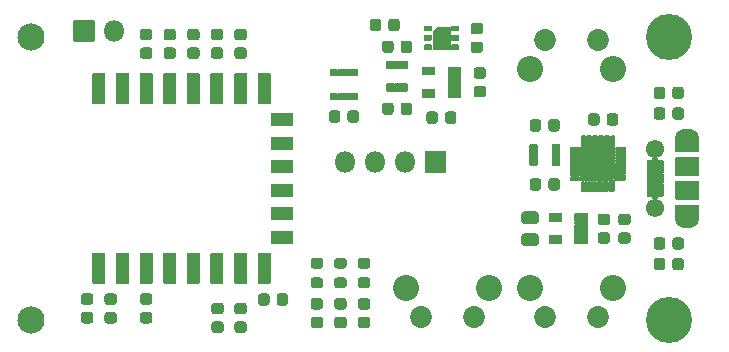
<source format=gbr>
G04 #@! TF.GenerationSoftware,KiCad,Pcbnew,5.1.9-73d0e3b20d~88~ubuntu20.04.1*
G04 #@! TF.CreationDate,2021-01-09T21:31:29-06:00*
G04 #@! TF.ProjectId,pcb,7063622e-6b69-4636-9164-5f7063625858,rev?*
G04 #@! TF.SameCoordinates,Original*
G04 #@! TF.FileFunction,Soldermask,Top*
G04 #@! TF.FilePolarity,Negative*
%FSLAX46Y46*%
G04 Gerber Fmt 4.6, Leading zero omitted, Abs format (unit mm)*
G04 Created by KiCad (PCBNEW 5.1.9-73d0e3b20d~88~ubuntu20.04.1) date 2021-01-09 21:31:29*
%MOMM*%
%LPD*%
G01*
G04 APERTURE LIST*
%ADD10C,0.000100*%
%ADD11O,1.802000X1.802000*%
%ADD12C,2.202000*%
%ADD13C,1.852000*%
%ADD14C,3.902000*%
%ADD15C,2.302000*%
%ADD16O,2.002000X1.302000*%
%ADD17C,1.552000*%
%ADD18C,0.100000*%
G04 APERTURE END LIST*
D10*
G36*
X77025000Y-59050000D02*
G01*
X78475000Y-59050000D01*
X78475000Y-57150000D01*
X77350000Y-57150000D01*
X77025000Y-57475000D01*
X77025000Y-59050000D01*
G37*
X77025000Y-59050000D02*
X78475000Y-59050000D01*
X78475000Y-57150000D01*
X77350000Y-57150000D01*
X77025000Y-57475000D01*
X77025000Y-59050000D01*
G36*
X77025000Y-59050000D02*
G01*
X78475000Y-59050000D01*
X78475000Y-57150000D01*
X77350000Y-57150000D01*
X77025000Y-57475000D01*
X77025000Y-59050000D01*
G37*
X77025000Y-59050000D02*
X78475000Y-59050000D01*
X78475000Y-57150000D01*
X77350000Y-57150000D01*
X77025000Y-57475000D01*
X77025000Y-59050000D01*
G36*
G01*
X68299000Y-63324999D02*
X68299000Y-62824999D01*
G75*
G02*
X68350000Y-62773999I51000J0D01*
G01*
X68700000Y-62773999D01*
G75*
G02*
X68751000Y-62824999I0J-51000D01*
G01*
X68751000Y-63324999D01*
G75*
G02*
X68700000Y-63375999I-51000J0D01*
G01*
X68350000Y-63375999D01*
G75*
G02*
X68299000Y-63324999I0J51000D01*
G01*
G37*
G36*
G01*
X68949000Y-63324999D02*
X68949000Y-62824999D01*
G75*
G02*
X69000000Y-62773999I51000J0D01*
G01*
X69350000Y-62773999D01*
G75*
G02*
X69401000Y-62824999I0J-51000D01*
G01*
X69401000Y-63324999D01*
G75*
G02*
X69350000Y-63375999I-51000J0D01*
G01*
X69000000Y-63375999D01*
G75*
G02*
X68949000Y-63324999I0J51000D01*
G01*
G37*
G36*
G01*
X69599000Y-63324999D02*
X69599000Y-62824999D01*
G75*
G02*
X69650000Y-62773999I51000J0D01*
G01*
X70000000Y-62773999D01*
G75*
G02*
X70051000Y-62824999I0J-51000D01*
G01*
X70051000Y-63324999D01*
G75*
G02*
X70000000Y-63375999I-51000J0D01*
G01*
X69650000Y-63375999D01*
G75*
G02*
X69599000Y-63324999I0J51000D01*
G01*
G37*
G36*
G01*
X70249000Y-63324999D02*
X70249000Y-62824999D01*
G75*
G02*
X70300000Y-62773999I51000J0D01*
G01*
X70650000Y-62773999D01*
G75*
G02*
X70701000Y-62824999I0J-51000D01*
G01*
X70701000Y-63324999D01*
G75*
G02*
X70650000Y-63375999I-51000J0D01*
G01*
X70300000Y-63375999D01*
G75*
G02*
X70249000Y-63324999I0J51000D01*
G01*
G37*
G36*
G01*
X70249000Y-61275000D02*
X70249000Y-60775000D01*
G75*
G02*
X70300000Y-60724000I51000J0D01*
G01*
X70650000Y-60724000D01*
G75*
G02*
X70701000Y-60775000I0J-51000D01*
G01*
X70701000Y-61275000D01*
G75*
G02*
X70650000Y-61326000I-51000J0D01*
G01*
X70300000Y-61326000D01*
G75*
G02*
X70249000Y-61275000I0J51000D01*
G01*
G37*
G36*
G01*
X69599000Y-61275000D02*
X69599000Y-60775000D01*
G75*
G02*
X69650000Y-60724000I51000J0D01*
G01*
X70000000Y-60724000D01*
G75*
G02*
X70051000Y-60775000I0J-51000D01*
G01*
X70051000Y-61275000D01*
G75*
G02*
X70000000Y-61326000I-51000J0D01*
G01*
X69650000Y-61326000D01*
G75*
G02*
X69599000Y-61275000I0J51000D01*
G01*
G37*
G36*
G01*
X68949000Y-61275000D02*
X68949000Y-60775000D01*
G75*
G02*
X69000000Y-60724000I51000J0D01*
G01*
X69350000Y-60724000D01*
G75*
G02*
X69401000Y-60775000I0J-51000D01*
G01*
X69401000Y-61275000D01*
G75*
G02*
X69350000Y-61326000I-51000J0D01*
G01*
X69000000Y-61326000D01*
G75*
G02*
X68949000Y-61275000I0J51000D01*
G01*
G37*
G36*
G01*
X68299000Y-61275000D02*
X68299000Y-60775000D01*
G75*
G02*
X68350000Y-60724000I51000J0D01*
G01*
X68700000Y-60724000D01*
G75*
G02*
X68751000Y-60775000I0J-51000D01*
G01*
X68751000Y-61275000D01*
G75*
G02*
X68700000Y-61326000I-51000J0D01*
G01*
X68350000Y-61326000D01*
G75*
G02*
X68299000Y-61275000I0J51000D01*
G01*
G37*
G36*
G01*
X67481750Y-81101000D02*
X66918250Y-81101000D01*
G75*
G02*
X66674000Y-80856750I0J244250D01*
G01*
X66674000Y-80368250D01*
G75*
G02*
X66918250Y-80124000I244250J0D01*
G01*
X67481750Y-80124000D01*
G75*
G02*
X67726000Y-80368250I0J-244250D01*
G01*
X67726000Y-80856750D01*
G75*
G02*
X67481750Y-81101000I-244250J0D01*
G01*
G37*
G36*
G01*
X67481750Y-82676000D02*
X66918250Y-82676000D01*
G75*
G02*
X66674000Y-82431750I0J244250D01*
G01*
X66674000Y-81943250D01*
G75*
G02*
X66918250Y-81699000I244250J0D01*
G01*
X67481750Y-81699000D01*
G75*
G02*
X67726000Y-81943250I0J-244250D01*
G01*
X67726000Y-82431750D01*
G75*
G02*
X67481750Y-82676000I-244250J0D01*
G01*
G37*
G36*
G01*
X69481750Y-81101000D02*
X68918250Y-81101000D01*
G75*
G02*
X68674000Y-80856750I0J244250D01*
G01*
X68674000Y-80368250D01*
G75*
G02*
X68918250Y-80124000I244250J0D01*
G01*
X69481750Y-80124000D01*
G75*
G02*
X69726000Y-80368250I0J-244250D01*
G01*
X69726000Y-80856750D01*
G75*
G02*
X69481750Y-81101000I-244250J0D01*
G01*
G37*
G36*
G01*
X69481750Y-82676000D02*
X68918250Y-82676000D01*
G75*
G02*
X68674000Y-82431750I0J244250D01*
G01*
X68674000Y-81943250D01*
G75*
G02*
X68918250Y-81699000I244250J0D01*
G01*
X69481750Y-81699000D01*
G75*
G02*
X69726000Y-81943250I0J-244250D01*
G01*
X69726000Y-82431750D01*
G75*
G02*
X69481750Y-82676000I-244250J0D01*
G01*
G37*
G36*
G01*
X71481750Y-81101000D02*
X70918250Y-81101000D01*
G75*
G02*
X70674000Y-80856750I0J244250D01*
G01*
X70674000Y-80368250D01*
G75*
G02*
X70918250Y-80124000I244250J0D01*
G01*
X71481750Y-80124000D01*
G75*
G02*
X71726000Y-80368250I0J-244250D01*
G01*
X71726000Y-80856750D01*
G75*
G02*
X71481750Y-81101000I-244250J0D01*
G01*
G37*
G36*
G01*
X71481750Y-82676000D02*
X70918250Y-82676000D01*
G75*
G02*
X70674000Y-82431750I0J244250D01*
G01*
X70674000Y-81943250D01*
G75*
G02*
X70918250Y-81699000I244250J0D01*
G01*
X71481750Y-81699000D01*
G75*
G02*
X71726000Y-81943250I0J-244250D01*
G01*
X71726000Y-82431750D01*
G75*
G02*
X71481750Y-82676000I-244250J0D01*
G01*
G37*
G36*
G01*
X67500500Y-77626000D02*
X66899500Y-77626000D01*
G75*
G02*
X66674000Y-77400500I0J225500D01*
G01*
X66674000Y-76949500D01*
G75*
G02*
X66899500Y-76724000I225500J0D01*
G01*
X67500500Y-76724000D01*
G75*
G02*
X67726000Y-76949500I0J-225500D01*
G01*
X67726000Y-77400500D01*
G75*
G02*
X67500500Y-77626000I-225500J0D01*
G01*
G37*
G36*
G01*
X67500500Y-79276000D02*
X66899500Y-79276000D01*
G75*
G02*
X66674000Y-79050500I0J225500D01*
G01*
X66674000Y-78599500D01*
G75*
G02*
X66899500Y-78374000I225500J0D01*
G01*
X67500500Y-78374000D01*
G75*
G02*
X67726000Y-78599500I0J-225500D01*
G01*
X67726000Y-79050500D01*
G75*
G02*
X67500500Y-79276000I-225500J0D01*
G01*
G37*
G36*
G01*
X69500500Y-77626000D02*
X68899500Y-77626000D01*
G75*
G02*
X68674000Y-77400500I0J225500D01*
G01*
X68674000Y-76949500D01*
G75*
G02*
X68899500Y-76724000I225500J0D01*
G01*
X69500500Y-76724000D01*
G75*
G02*
X69726000Y-76949500I0J-225500D01*
G01*
X69726000Y-77400500D01*
G75*
G02*
X69500500Y-77626000I-225500J0D01*
G01*
G37*
G36*
G01*
X69500500Y-79276000D02*
X68899500Y-79276000D01*
G75*
G02*
X68674000Y-79050500I0J225500D01*
G01*
X68674000Y-78599500D01*
G75*
G02*
X68899500Y-78374000I225500J0D01*
G01*
X69500500Y-78374000D01*
G75*
G02*
X69726000Y-78599500I0J-225500D01*
G01*
X69726000Y-79050500D01*
G75*
G02*
X69500500Y-79276000I-225500J0D01*
G01*
G37*
G36*
G01*
X71500500Y-77626000D02*
X70899500Y-77626000D01*
G75*
G02*
X70674000Y-77400500I0J225500D01*
G01*
X70674000Y-76949500D01*
G75*
G02*
X70899500Y-76724000I225500J0D01*
G01*
X71500500Y-76724000D01*
G75*
G02*
X71726000Y-76949500I0J-225500D01*
G01*
X71726000Y-77400500D01*
G75*
G02*
X71500500Y-77626000I-225500J0D01*
G01*
G37*
G36*
G01*
X71500500Y-79276000D02*
X70899500Y-79276000D01*
G75*
G02*
X70674000Y-79050500I0J225500D01*
G01*
X70674000Y-78599500D01*
G75*
G02*
X70899500Y-78374000I225500J0D01*
G01*
X71500500Y-78374000D01*
G75*
G02*
X71726000Y-78599500I0J-225500D01*
G01*
X71726000Y-79050500D01*
G75*
G02*
X71500500Y-79276000I-225500J0D01*
G01*
G37*
G36*
G01*
X78574000Y-58300000D02*
X78574000Y-57900000D01*
G75*
G02*
X78625000Y-57849000I51000J0D01*
G01*
X79175000Y-57849000D01*
G75*
G02*
X79226000Y-57900000I0J-51000D01*
G01*
X79226000Y-58300000D01*
G75*
G02*
X79175000Y-58351000I-51000J0D01*
G01*
X78625000Y-58351000D01*
G75*
G02*
X78574000Y-58300000I0J51000D01*
G01*
G37*
G36*
G01*
X78574000Y-57500000D02*
X78574000Y-57100000D01*
G75*
G02*
X78625000Y-57049000I51000J0D01*
G01*
X79175000Y-57049000D01*
G75*
G02*
X79226000Y-57100000I0J-51000D01*
G01*
X79226000Y-57500000D01*
G75*
G02*
X79175000Y-57551000I-51000J0D01*
G01*
X78625000Y-57551000D01*
G75*
G02*
X78574000Y-57500000I0J51000D01*
G01*
G37*
G36*
G01*
X78574000Y-59100000D02*
X78574000Y-58700000D01*
G75*
G02*
X78625000Y-58649000I51000J0D01*
G01*
X79175000Y-58649000D01*
G75*
G02*
X79226000Y-58700000I0J-51000D01*
G01*
X79226000Y-59100000D01*
G75*
G02*
X79175000Y-59151000I-51000J0D01*
G01*
X78625000Y-59151000D01*
G75*
G02*
X78574000Y-59100000I0J51000D01*
G01*
G37*
G36*
G01*
X76274000Y-59100000D02*
X76274000Y-58700000D01*
G75*
G02*
X76325000Y-58649000I51000J0D01*
G01*
X76875000Y-58649000D01*
G75*
G02*
X76926000Y-58700000I0J-51000D01*
G01*
X76926000Y-59100000D01*
G75*
G02*
X76875000Y-59151000I-51000J0D01*
G01*
X76325000Y-59151000D01*
G75*
G02*
X76274000Y-59100000I0J51000D01*
G01*
G37*
G36*
G01*
X76274000Y-58300000D02*
X76274000Y-57900000D01*
G75*
G02*
X76325000Y-57849000I51000J0D01*
G01*
X76875000Y-57849000D01*
G75*
G02*
X76926000Y-57900000I0J-51000D01*
G01*
X76926000Y-58300000D01*
G75*
G02*
X76875000Y-58351000I-51000J0D01*
G01*
X76325000Y-58351000D01*
G75*
G02*
X76274000Y-58300000I0J51000D01*
G01*
G37*
G36*
G01*
X76274000Y-57500000D02*
X76274000Y-57100000D01*
G75*
G02*
X76325000Y-57049000I51000J0D01*
G01*
X76875000Y-57049000D01*
G75*
G02*
X76926000Y-57100000I0J-51000D01*
G01*
X76926000Y-57500000D01*
G75*
G02*
X76875000Y-57551000I-51000J0D01*
G01*
X76325000Y-57551000D01*
G75*
G02*
X76274000Y-57500000I0J51000D01*
G01*
G37*
D11*
X50040000Y-57500000D03*
G36*
G01*
X48350000Y-58401000D02*
X46650000Y-58401000D01*
G75*
G02*
X46599000Y-58350000I0J51000D01*
G01*
X46599000Y-56650000D01*
G75*
G02*
X46650000Y-56599000I51000J0D01*
G01*
X48350000Y-56599000D01*
G75*
G02*
X48401000Y-56650000I0J-51000D01*
G01*
X48401000Y-58350000D01*
G75*
G02*
X48350000Y-58401000I-51000J0D01*
G01*
G37*
G36*
G01*
X61031750Y-81501000D02*
X60468250Y-81501000D01*
G75*
G02*
X60224000Y-81256750I0J244250D01*
G01*
X60224000Y-80768250D01*
G75*
G02*
X60468250Y-80524000I244250J0D01*
G01*
X61031750Y-80524000D01*
G75*
G02*
X61276000Y-80768250I0J-244250D01*
G01*
X61276000Y-81256750D01*
G75*
G02*
X61031750Y-81501000I-244250J0D01*
G01*
G37*
G36*
G01*
X61031750Y-83076000D02*
X60468250Y-83076000D01*
G75*
G02*
X60224000Y-82831750I0J244250D01*
G01*
X60224000Y-82343250D01*
G75*
G02*
X60468250Y-82099000I244250J0D01*
G01*
X61031750Y-82099000D01*
G75*
G02*
X61276000Y-82343250I0J-244250D01*
G01*
X61276000Y-82831750D01*
G75*
G02*
X61031750Y-83076000I-244250J0D01*
G01*
G37*
G36*
G01*
X80718250Y-62149000D02*
X81281750Y-62149000D01*
G75*
G02*
X81526000Y-62393250I0J-244250D01*
G01*
X81526000Y-62881750D01*
G75*
G02*
X81281750Y-63126000I-244250J0D01*
G01*
X80718250Y-63126000D01*
G75*
G02*
X80474000Y-62881750I0J244250D01*
G01*
X80474000Y-62393250D01*
G75*
G02*
X80718250Y-62149000I244250J0D01*
G01*
G37*
G36*
G01*
X80718250Y-60574000D02*
X81281750Y-60574000D01*
G75*
G02*
X81526000Y-60818250I0J-244250D01*
G01*
X81526000Y-61306750D01*
G75*
G02*
X81281750Y-61551000I-244250J0D01*
G01*
X80718250Y-61551000D01*
G75*
G02*
X80474000Y-61306750I0J244250D01*
G01*
X80474000Y-60818250D01*
G75*
G02*
X80718250Y-60574000I244250J0D01*
G01*
G37*
G36*
G01*
X54468250Y-58899000D02*
X55031750Y-58899000D01*
G75*
G02*
X55276000Y-59143250I0J-244250D01*
G01*
X55276000Y-59631750D01*
G75*
G02*
X55031750Y-59876000I-244250J0D01*
G01*
X54468250Y-59876000D01*
G75*
G02*
X54224000Y-59631750I0J244250D01*
G01*
X54224000Y-59143250D01*
G75*
G02*
X54468250Y-58899000I244250J0D01*
G01*
G37*
G36*
G01*
X54468250Y-57324000D02*
X55031750Y-57324000D01*
G75*
G02*
X55276000Y-57568250I0J-244250D01*
G01*
X55276000Y-58056750D01*
G75*
G02*
X55031750Y-58301000I-244250J0D01*
G01*
X54468250Y-58301000D01*
G75*
G02*
X54224000Y-58056750I0J244250D01*
G01*
X54224000Y-57568250D01*
G75*
G02*
X54468250Y-57324000I244250J0D01*
G01*
G37*
G36*
G01*
X52468250Y-58899000D02*
X53031750Y-58899000D01*
G75*
G02*
X53276000Y-59143250I0J-244250D01*
G01*
X53276000Y-59631750D01*
G75*
G02*
X53031750Y-59876000I-244250J0D01*
G01*
X52468250Y-59876000D01*
G75*
G02*
X52224000Y-59631750I0J244250D01*
G01*
X52224000Y-59143250D01*
G75*
G02*
X52468250Y-58899000I244250J0D01*
G01*
G37*
G36*
G01*
X52468250Y-57324000D02*
X53031750Y-57324000D01*
G75*
G02*
X53276000Y-57568250I0J-244250D01*
G01*
X53276000Y-58056750D01*
G75*
G02*
X53031750Y-58301000I-244250J0D01*
G01*
X52468250Y-58301000D01*
G75*
G02*
X52224000Y-58056750I0J244250D01*
G01*
X52224000Y-57568250D01*
G75*
G02*
X52468250Y-57324000I244250J0D01*
G01*
G37*
G36*
G01*
X73701000Y-58568250D02*
X73701000Y-59131750D01*
G75*
G02*
X73456750Y-59376000I-244250J0D01*
G01*
X72968250Y-59376000D01*
G75*
G02*
X72724000Y-59131750I0J244250D01*
G01*
X72724000Y-58568250D01*
G75*
G02*
X72968250Y-58324000I244250J0D01*
G01*
X73456750Y-58324000D01*
G75*
G02*
X73701000Y-58568250I0J-244250D01*
G01*
G37*
G36*
G01*
X75276000Y-58568250D02*
X75276000Y-59131750D01*
G75*
G02*
X75031750Y-59376000I-244250J0D01*
G01*
X74543250Y-59376000D01*
G75*
G02*
X74299000Y-59131750I0J244250D01*
G01*
X74299000Y-58568250D01*
G75*
G02*
X74543250Y-58324000I244250J0D01*
G01*
X75031750Y-58324000D01*
G75*
G02*
X75276000Y-58568250I0J-244250D01*
G01*
G37*
G36*
G01*
X73701000Y-63818250D02*
X73701000Y-64381750D01*
G75*
G02*
X73456750Y-64626000I-244250J0D01*
G01*
X72968250Y-64626000D01*
G75*
G02*
X72724000Y-64381750I0J244250D01*
G01*
X72724000Y-63818250D01*
G75*
G02*
X72968250Y-63574000I244250J0D01*
G01*
X73456750Y-63574000D01*
G75*
G02*
X73701000Y-63818250I0J-244250D01*
G01*
G37*
G36*
G01*
X75276000Y-63818250D02*
X75276000Y-64381750D01*
G75*
G02*
X75031750Y-64626000I-244250J0D01*
G01*
X74543250Y-64626000D01*
G75*
G02*
X74299000Y-64381750I0J244250D01*
G01*
X74299000Y-63818250D01*
G75*
G02*
X74543250Y-63574000I244250J0D01*
G01*
X75031750Y-63574000D01*
G75*
G02*
X75276000Y-63818250I0J-244250D01*
G01*
G37*
G36*
G01*
X81031750Y-57801000D02*
X80468250Y-57801000D01*
G75*
G02*
X80224000Y-57556750I0J244250D01*
G01*
X80224000Y-57068250D01*
G75*
G02*
X80468250Y-56824000I244250J0D01*
G01*
X81031750Y-56824000D01*
G75*
G02*
X81276000Y-57068250I0J-244250D01*
G01*
X81276000Y-57556750D01*
G75*
G02*
X81031750Y-57801000I-244250J0D01*
G01*
G37*
G36*
G01*
X81031750Y-59376000D02*
X80468250Y-59376000D01*
G75*
G02*
X80224000Y-59131750I0J244250D01*
G01*
X80224000Y-58643250D01*
G75*
G02*
X80468250Y-58399000I244250J0D01*
G01*
X81031750Y-58399000D01*
G75*
G02*
X81276000Y-58643250I0J-244250D01*
G01*
X81276000Y-59131750D01*
G75*
G02*
X81031750Y-59376000I-244250J0D01*
G01*
G37*
G36*
G01*
X73249000Y-57281750D02*
X73249000Y-56718250D01*
G75*
G02*
X73493250Y-56474000I244250J0D01*
G01*
X73981750Y-56474000D01*
G75*
G02*
X74226000Y-56718250I0J-244250D01*
G01*
X74226000Y-57281750D01*
G75*
G02*
X73981750Y-57526000I-244250J0D01*
G01*
X73493250Y-57526000D01*
G75*
G02*
X73249000Y-57281750I0J244250D01*
G01*
G37*
G36*
G01*
X71674000Y-57281750D02*
X71674000Y-56718250D01*
G75*
G02*
X71918250Y-56474000I244250J0D01*
G01*
X72406750Y-56474000D01*
G75*
G02*
X72651000Y-56718250I0J-244250D01*
G01*
X72651000Y-57281750D01*
G75*
G02*
X72406750Y-57526000I-244250J0D01*
G01*
X71918250Y-57526000D01*
G75*
G02*
X71674000Y-57281750I0J244250D01*
G01*
G37*
G36*
G01*
X69799000Y-65031750D02*
X69799000Y-64468250D01*
G75*
G02*
X70043250Y-64224000I244250J0D01*
G01*
X70531750Y-64224000D01*
G75*
G02*
X70776000Y-64468250I0J-244250D01*
G01*
X70776000Y-65031750D01*
G75*
G02*
X70531750Y-65276000I-244250J0D01*
G01*
X70043250Y-65276000D01*
G75*
G02*
X69799000Y-65031750I0J244250D01*
G01*
G37*
G36*
G01*
X68224000Y-65031750D02*
X68224000Y-64468250D01*
G75*
G02*
X68468250Y-64224000I244250J0D01*
G01*
X68956750Y-64224000D01*
G75*
G02*
X69201000Y-64468250I0J-244250D01*
G01*
X69201000Y-65031750D01*
G75*
G02*
X68956750Y-65276000I-244250J0D01*
G01*
X68468250Y-65276000D01*
G75*
G02*
X68224000Y-65031750I0J244250D01*
G01*
G37*
G36*
G01*
X61031750Y-58301000D02*
X60468250Y-58301000D01*
G75*
G02*
X60224000Y-58056750I0J244250D01*
G01*
X60224000Y-57568250D01*
G75*
G02*
X60468250Y-57324000I244250J0D01*
G01*
X61031750Y-57324000D01*
G75*
G02*
X61276000Y-57568250I0J-244250D01*
G01*
X61276000Y-58056750D01*
G75*
G02*
X61031750Y-58301000I-244250J0D01*
G01*
G37*
G36*
G01*
X61031750Y-59876000D02*
X60468250Y-59876000D01*
G75*
G02*
X60224000Y-59631750I0J244250D01*
G01*
X60224000Y-59143250D01*
G75*
G02*
X60468250Y-58899000I244250J0D01*
G01*
X61031750Y-58899000D01*
G75*
G02*
X61276000Y-59143250I0J-244250D01*
G01*
X61276000Y-59631750D01*
G75*
G02*
X61031750Y-59876000I-244250J0D01*
G01*
G37*
G36*
G01*
X56468250Y-58899000D02*
X57031750Y-58899000D01*
G75*
G02*
X57276000Y-59143250I0J-244250D01*
G01*
X57276000Y-59631750D01*
G75*
G02*
X57031750Y-59876000I-244250J0D01*
G01*
X56468250Y-59876000D01*
G75*
G02*
X56224000Y-59631750I0J244250D01*
G01*
X56224000Y-59143250D01*
G75*
G02*
X56468250Y-58899000I244250J0D01*
G01*
G37*
G36*
G01*
X56468250Y-57324000D02*
X57031750Y-57324000D01*
G75*
G02*
X57276000Y-57568250I0J-244250D01*
G01*
X57276000Y-58056750D01*
G75*
G02*
X57031750Y-58301000I-244250J0D01*
G01*
X56468250Y-58301000D01*
G75*
G02*
X56224000Y-58056750I0J244250D01*
G01*
X56224000Y-57568250D01*
G75*
G02*
X56468250Y-57324000I244250J0D01*
G01*
G37*
G36*
G01*
X53031750Y-80701000D02*
X52468250Y-80701000D01*
G75*
G02*
X52224000Y-80456750I0J244250D01*
G01*
X52224000Y-79968250D01*
G75*
G02*
X52468250Y-79724000I244250J0D01*
G01*
X53031750Y-79724000D01*
G75*
G02*
X53276000Y-79968250I0J-244250D01*
G01*
X53276000Y-80456750D01*
G75*
G02*
X53031750Y-80701000I-244250J0D01*
G01*
G37*
G36*
G01*
X53031750Y-82276000D02*
X52468250Y-82276000D01*
G75*
G02*
X52224000Y-82031750I0J244250D01*
G01*
X52224000Y-81543250D01*
G75*
G02*
X52468250Y-81299000I244250J0D01*
G01*
X53031750Y-81299000D01*
G75*
G02*
X53276000Y-81543250I0J-244250D01*
G01*
X53276000Y-82031750D01*
G75*
G02*
X53031750Y-82276000I-244250J0D01*
G01*
G37*
G36*
G01*
X50031750Y-80701000D02*
X49468250Y-80701000D01*
G75*
G02*
X49224000Y-80456750I0J244250D01*
G01*
X49224000Y-79968250D01*
G75*
G02*
X49468250Y-79724000I244250J0D01*
G01*
X50031750Y-79724000D01*
G75*
G02*
X50276000Y-79968250I0J-244250D01*
G01*
X50276000Y-80456750D01*
G75*
G02*
X50031750Y-80701000I-244250J0D01*
G01*
G37*
G36*
G01*
X50031750Y-82276000D02*
X49468250Y-82276000D01*
G75*
G02*
X49224000Y-82031750I0J244250D01*
G01*
X49224000Y-81543250D01*
G75*
G02*
X49468250Y-81299000I244250J0D01*
G01*
X50031750Y-81299000D01*
G75*
G02*
X50276000Y-81543250I0J-244250D01*
G01*
X50276000Y-82031750D01*
G75*
G02*
X50031750Y-82276000I-244250J0D01*
G01*
G37*
G36*
G01*
X63799000Y-80531750D02*
X63799000Y-79968250D01*
G75*
G02*
X64043250Y-79724000I244250J0D01*
G01*
X64531750Y-79724000D01*
G75*
G02*
X64776000Y-79968250I0J-244250D01*
G01*
X64776000Y-80531750D01*
G75*
G02*
X64531750Y-80776000I-244250J0D01*
G01*
X64043250Y-80776000D01*
G75*
G02*
X63799000Y-80531750I0J244250D01*
G01*
G37*
G36*
G01*
X62224000Y-80531750D02*
X62224000Y-79968250D01*
G75*
G02*
X62468250Y-79724000I244250J0D01*
G01*
X62956750Y-79724000D01*
G75*
G02*
X63201000Y-79968250I0J-244250D01*
G01*
X63201000Y-80531750D01*
G75*
G02*
X62956750Y-80776000I-244250J0D01*
G01*
X62468250Y-80776000D01*
G75*
G02*
X62224000Y-80531750I0J244250D01*
G01*
G37*
G36*
G01*
X96701000Y-75218250D02*
X96701000Y-75781750D01*
G75*
G02*
X96456750Y-76026000I-244250J0D01*
G01*
X95968250Y-76026000D01*
G75*
G02*
X95724000Y-75781750I0J244250D01*
G01*
X95724000Y-75218250D01*
G75*
G02*
X95968250Y-74974000I244250J0D01*
G01*
X96456750Y-74974000D01*
G75*
G02*
X96701000Y-75218250I0J-244250D01*
G01*
G37*
G36*
G01*
X98276000Y-75218250D02*
X98276000Y-75781750D01*
G75*
G02*
X98031750Y-76026000I-244250J0D01*
G01*
X97543250Y-76026000D01*
G75*
G02*
X97299000Y-75781750I0J244250D01*
G01*
X97299000Y-75218250D01*
G75*
G02*
X97543250Y-74974000I244250J0D01*
G01*
X98031750Y-74974000D01*
G75*
G02*
X98276000Y-75218250I0J-244250D01*
G01*
G37*
G36*
G01*
X96701000Y-64218250D02*
X96701000Y-64781750D01*
G75*
G02*
X96456750Y-65026000I-244250J0D01*
G01*
X95968250Y-65026000D01*
G75*
G02*
X95724000Y-64781750I0J244250D01*
G01*
X95724000Y-64218250D01*
G75*
G02*
X95968250Y-63974000I244250J0D01*
G01*
X96456750Y-63974000D01*
G75*
G02*
X96701000Y-64218250I0J-244250D01*
G01*
G37*
G36*
G01*
X98276000Y-64218250D02*
X98276000Y-64781750D01*
G75*
G02*
X98031750Y-65026000I-244250J0D01*
G01*
X97543250Y-65026000D01*
G75*
G02*
X97299000Y-64781750I0J244250D01*
G01*
X97299000Y-64218250D01*
G75*
G02*
X97543250Y-63974000I244250J0D01*
G01*
X98031750Y-63974000D01*
G75*
G02*
X98276000Y-64218250I0J-244250D01*
G01*
G37*
G36*
G01*
X96701000Y-76968250D02*
X96701000Y-77531750D01*
G75*
G02*
X96456750Y-77776000I-244250J0D01*
G01*
X95968250Y-77776000D01*
G75*
G02*
X95724000Y-77531750I0J244250D01*
G01*
X95724000Y-76968250D01*
G75*
G02*
X95968250Y-76724000I244250J0D01*
G01*
X96456750Y-76724000D01*
G75*
G02*
X96701000Y-76968250I0J-244250D01*
G01*
G37*
G36*
G01*
X98276000Y-76968250D02*
X98276000Y-77531750D01*
G75*
G02*
X98031750Y-77776000I-244250J0D01*
G01*
X97543250Y-77776000D01*
G75*
G02*
X97299000Y-77531750I0J244250D01*
G01*
X97299000Y-76968250D01*
G75*
G02*
X97543250Y-76724000I244250J0D01*
G01*
X98031750Y-76724000D01*
G75*
G02*
X98276000Y-76968250I0J-244250D01*
G01*
G37*
G36*
G01*
X96701000Y-62468250D02*
X96701000Y-63031750D01*
G75*
G02*
X96456750Y-63276000I-244250J0D01*
G01*
X95968250Y-63276000D01*
G75*
G02*
X95724000Y-63031750I0J244250D01*
G01*
X95724000Y-62468250D01*
G75*
G02*
X95968250Y-62224000I244250J0D01*
G01*
X96456750Y-62224000D01*
G75*
G02*
X96701000Y-62468250I0J-244250D01*
G01*
G37*
G36*
G01*
X98276000Y-62468250D02*
X98276000Y-63031750D01*
G75*
G02*
X98031750Y-63276000I-244250J0D01*
G01*
X97543250Y-63276000D01*
G75*
G02*
X97299000Y-63031750I0J244250D01*
G01*
X97299000Y-62468250D01*
G75*
G02*
X97543250Y-62224000I244250J0D01*
G01*
X98031750Y-62224000D01*
G75*
G02*
X98276000Y-62468250I0J-244250D01*
G01*
G37*
G36*
G01*
X74389000Y-62600000D02*
X74389000Y-62000000D01*
G75*
G02*
X74440000Y-61949000I51000J0D01*
G01*
X74860000Y-61949000D01*
G75*
G02*
X74911000Y-62000000I0J-51000D01*
G01*
X74911000Y-62600000D01*
G75*
G02*
X74860000Y-62651000I-51000J0D01*
G01*
X74440000Y-62651000D01*
G75*
G02*
X74389000Y-62600000I0J51000D01*
G01*
G37*
G36*
G01*
X73739000Y-62600000D02*
X73739000Y-62000000D01*
G75*
G02*
X73790000Y-61949000I51000J0D01*
G01*
X74210000Y-61949000D01*
G75*
G02*
X74261000Y-62000000I0J-51000D01*
G01*
X74261000Y-62600000D01*
G75*
G02*
X74210000Y-62651000I-51000J0D01*
G01*
X73790000Y-62651000D01*
G75*
G02*
X73739000Y-62600000I0J51000D01*
G01*
G37*
G36*
G01*
X73089000Y-62600000D02*
X73089000Y-62000000D01*
G75*
G02*
X73140000Y-61949000I51000J0D01*
G01*
X73560000Y-61949000D01*
G75*
G02*
X73611000Y-62000000I0J-51000D01*
G01*
X73611000Y-62600000D01*
G75*
G02*
X73560000Y-62651000I-51000J0D01*
G01*
X73140000Y-62651000D01*
G75*
G02*
X73089000Y-62600000I0J51000D01*
G01*
G37*
G36*
G01*
X74389000Y-60700000D02*
X74389000Y-60100000D01*
G75*
G02*
X74440000Y-60049000I51000J0D01*
G01*
X74860000Y-60049000D01*
G75*
G02*
X74911000Y-60100000I0J-51000D01*
G01*
X74911000Y-60700000D01*
G75*
G02*
X74860000Y-60751000I-51000J0D01*
G01*
X74440000Y-60751000D01*
G75*
G02*
X74389000Y-60700000I0J51000D01*
G01*
G37*
G36*
G01*
X73739000Y-60700000D02*
X73739000Y-60100000D01*
G75*
G02*
X73790000Y-60049000I51000J0D01*
G01*
X74210000Y-60049000D01*
G75*
G02*
X74261000Y-60100000I0J-51000D01*
G01*
X74261000Y-60700000D01*
G75*
G02*
X74210000Y-60751000I-51000J0D01*
G01*
X73790000Y-60751000D01*
G75*
G02*
X73739000Y-60700000I0J51000D01*
G01*
G37*
G36*
G01*
X73089000Y-60700000D02*
X73089000Y-60100000D01*
G75*
G02*
X73140000Y-60049000I51000J0D01*
G01*
X73560000Y-60049000D01*
G75*
G02*
X73611000Y-60100000I0J-51000D01*
G01*
X73611000Y-60700000D01*
G75*
G02*
X73560000Y-60751000I-51000J0D01*
G01*
X73140000Y-60751000D01*
G75*
G02*
X73089000Y-60700000I0J51000D01*
G01*
G37*
G36*
G01*
X87750000Y-67611000D02*
X87150000Y-67611000D01*
G75*
G02*
X87099000Y-67560000I0J51000D01*
G01*
X87099000Y-67140000D01*
G75*
G02*
X87150000Y-67089000I51000J0D01*
G01*
X87750000Y-67089000D01*
G75*
G02*
X87801000Y-67140000I0J-51000D01*
G01*
X87801000Y-67560000D01*
G75*
G02*
X87750000Y-67611000I-51000J0D01*
G01*
G37*
G36*
G01*
X87750000Y-68261000D02*
X87150000Y-68261000D01*
G75*
G02*
X87099000Y-68210000I0J51000D01*
G01*
X87099000Y-67790000D01*
G75*
G02*
X87150000Y-67739000I51000J0D01*
G01*
X87750000Y-67739000D01*
G75*
G02*
X87801000Y-67790000I0J-51000D01*
G01*
X87801000Y-68210000D01*
G75*
G02*
X87750000Y-68261000I-51000J0D01*
G01*
G37*
G36*
G01*
X87750000Y-68911000D02*
X87150000Y-68911000D01*
G75*
G02*
X87099000Y-68860000I0J51000D01*
G01*
X87099000Y-68440000D01*
G75*
G02*
X87150000Y-68389000I51000J0D01*
G01*
X87750000Y-68389000D01*
G75*
G02*
X87801000Y-68440000I0J-51000D01*
G01*
X87801000Y-68860000D01*
G75*
G02*
X87750000Y-68911000I-51000J0D01*
G01*
G37*
G36*
G01*
X85850000Y-67611000D02*
X85250000Y-67611000D01*
G75*
G02*
X85199000Y-67560000I0J51000D01*
G01*
X85199000Y-67140000D01*
G75*
G02*
X85250000Y-67089000I51000J0D01*
G01*
X85850000Y-67089000D01*
G75*
G02*
X85901000Y-67140000I0J-51000D01*
G01*
X85901000Y-67560000D01*
G75*
G02*
X85850000Y-67611000I-51000J0D01*
G01*
G37*
G36*
G01*
X85850000Y-68261000D02*
X85250000Y-68261000D01*
G75*
G02*
X85199000Y-68210000I0J51000D01*
G01*
X85199000Y-67790000D01*
G75*
G02*
X85250000Y-67739000I51000J0D01*
G01*
X85850000Y-67739000D01*
G75*
G02*
X85901000Y-67790000I0J-51000D01*
G01*
X85901000Y-68210000D01*
G75*
G02*
X85850000Y-68261000I-51000J0D01*
G01*
G37*
G36*
G01*
X85850000Y-68911000D02*
X85250000Y-68911000D01*
G75*
G02*
X85199000Y-68860000I0J51000D01*
G01*
X85199000Y-68440000D01*
G75*
G02*
X85250000Y-68389000I51000J0D01*
G01*
X85850000Y-68389000D01*
G75*
G02*
X85901000Y-68440000I0J-51000D01*
G01*
X85901000Y-68860000D01*
G75*
G02*
X85850000Y-68911000I-51000J0D01*
G01*
G37*
G36*
G01*
X87981000Y-74874999D02*
X87981000Y-75525001D01*
G75*
G02*
X87930001Y-75576000I-50999J0D01*
G01*
X86869999Y-75576000D01*
G75*
G02*
X86819000Y-75525001I0J50999D01*
G01*
X86819000Y-74874999D01*
G75*
G02*
X86869999Y-74824000I50999J0D01*
G01*
X87930001Y-74824000D01*
G75*
G02*
X87981000Y-74874999I0J-50999D01*
G01*
G37*
G36*
G01*
X87981000Y-72974999D02*
X87981000Y-73625001D01*
G75*
G02*
X87930001Y-73676000I-50999J0D01*
G01*
X86869999Y-73676000D01*
G75*
G02*
X86819000Y-73625001I0J50999D01*
G01*
X86819000Y-72974999D01*
G75*
G02*
X86869999Y-72924000I50999J0D01*
G01*
X87930001Y-72924000D01*
G75*
G02*
X87981000Y-72974999I0J-50999D01*
G01*
G37*
G36*
G01*
X90181000Y-72974999D02*
X90181000Y-73625001D01*
G75*
G02*
X90130001Y-73676000I-50999J0D01*
G01*
X89069999Y-73676000D01*
G75*
G02*
X89019000Y-73625001I0J50999D01*
G01*
X89019000Y-72974999D01*
G75*
G02*
X89069999Y-72924000I50999J0D01*
G01*
X90130001Y-72924000D01*
G75*
G02*
X90181000Y-72974999I0J-50999D01*
G01*
G37*
G36*
G01*
X90181000Y-73924999D02*
X90181000Y-74575001D01*
G75*
G02*
X90130001Y-74626000I-50999J0D01*
G01*
X89069999Y-74626000D01*
G75*
G02*
X89019000Y-74575001I0J50999D01*
G01*
X89019000Y-73924999D01*
G75*
G02*
X89069999Y-73874000I50999J0D01*
G01*
X90130001Y-73874000D01*
G75*
G02*
X90181000Y-73924999I0J-50999D01*
G01*
G37*
G36*
G01*
X90181000Y-74874999D02*
X90181000Y-75525001D01*
G75*
G02*
X90130001Y-75576000I-50999J0D01*
G01*
X89069999Y-75576000D01*
G75*
G02*
X89019000Y-75525001I0J50999D01*
G01*
X89019000Y-74874999D01*
G75*
G02*
X89069999Y-74824000I50999J0D01*
G01*
X90130001Y-74824000D01*
G75*
G02*
X90181000Y-74874999I0J-50999D01*
G01*
G37*
D12*
X81750000Y-79260000D03*
D13*
X80500000Y-81750000D03*
X76000000Y-81750000D03*
D12*
X74740000Y-79260000D03*
D11*
X69630000Y-68600000D03*
X72170000Y-68600000D03*
X74710000Y-68600000D03*
G36*
G01*
X76400000Y-67699000D02*
X78100000Y-67699000D01*
G75*
G02*
X78151000Y-67750000I0J-51000D01*
G01*
X78151000Y-69450000D01*
G75*
G02*
X78100000Y-69501000I-51000J0D01*
G01*
X76400000Y-69501000D01*
G75*
G02*
X76349000Y-69450000I0J51000D01*
G01*
X76349000Y-67750000D01*
G75*
G02*
X76400000Y-67699000I51000J0D01*
G01*
G37*
G36*
G01*
X59031750Y-58301000D02*
X58468250Y-58301000D01*
G75*
G02*
X58224000Y-58056750I0J244250D01*
G01*
X58224000Y-57568250D01*
G75*
G02*
X58468250Y-57324000I244250J0D01*
G01*
X59031750Y-57324000D01*
G75*
G02*
X59276000Y-57568250I0J-244250D01*
G01*
X59276000Y-58056750D01*
G75*
G02*
X59031750Y-58301000I-244250J0D01*
G01*
G37*
G36*
G01*
X59031750Y-59876000D02*
X58468250Y-59876000D01*
G75*
G02*
X58224000Y-59631750I0J244250D01*
G01*
X58224000Y-59143250D01*
G75*
G02*
X58468250Y-58899000I244250J0D01*
G01*
X59031750Y-58899000D01*
G75*
G02*
X59276000Y-59143250I0J-244250D01*
G01*
X59276000Y-59631750D01*
G75*
G02*
X59031750Y-59876000I-244250J0D01*
G01*
G37*
G36*
G01*
X92351000Y-67450000D02*
X92351000Y-70050000D01*
G75*
G02*
X92300000Y-70101000I-51000J0D01*
G01*
X89700000Y-70101000D01*
G75*
G02*
X89649000Y-70050000I0J51000D01*
G01*
X89649000Y-67450000D01*
G75*
G02*
X89700000Y-67399000I51000J0D01*
G01*
X92300000Y-67399000D01*
G75*
G02*
X92351000Y-67450000I0J-51000D01*
G01*
G37*
G36*
G01*
X92426000Y-70312000D02*
X92426000Y-71063000D01*
G75*
G02*
X92338000Y-71151000I-88000J0D01*
G01*
X92162000Y-71151000D01*
G75*
G02*
X92074000Y-71063000I0J88000D01*
G01*
X92074000Y-70312000D01*
G75*
G02*
X92162000Y-70224000I88000J0D01*
G01*
X92338000Y-70224000D01*
G75*
G02*
X92426000Y-70312000I0J-88000D01*
G01*
G37*
G36*
G01*
X91926000Y-70312000D02*
X91926000Y-71063000D01*
G75*
G02*
X91838000Y-71151000I-88000J0D01*
G01*
X91662000Y-71151000D01*
G75*
G02*
X91574000Y-71063000I0J88000D01*
G01*
X91574000Y-70312000D01*
G75*
G02*
X91662000Y-70224000I88000J0D01*
G01*
X91838000Y-70224000D01*
G75*
G02*
X91926000Y-70312000I0J-88000D01*
G01*
G37*
G36*
G01*
X91426000Y-70312000D02*
X91426000Y-71063000D01*
G75*
G02*
X91338000Y-71151000I-88000J0D01*
G01*
X91162000Y-71151000D01*
G75*
G02*
X91074000Y-71063000I0J88000D01*
G01*
X91074000Y-70312000D01*
G75*
G02*
X91162000Y-70224000I88000J0D01*
G01*
X91338000Y-70224000D01*
G75*
G02*
X91426000Y-70312000I0J-88000D01*
G01*
G37*
G36*
G01*
X90926000Y-70312000D02*
X90926000Y-71063000D01*
G75*
G02*
X90838000Y-71151000I-88000J0D01*
G01*
X90662000Y-71151000D01*
G75*
G02*
X90574000Y-71063000I0J88000D01*
G01*
X90574000Y-70312000D01*
G75*
G02*
X90662000Y-70224000I88000J0D01*
G01*
X90838000Y-70224000D01*
G75*
G02*
X90926000Y-70312000I0J-88000D01*
G01*
G37*
G36*
G01*
X90426000Y-70312000D02*
X90426000Y-71063000D01*
G75*
G02*
X90338000Y-71151000I-88000J0D01*
G01*
X90162000Y-71151000D01*
G75*
G02*
X90074000Y-71063000I0J88000D01*
G01*
X90074000Y-70312000D01*
G75*
G02*
X90162000Y-70224000I88000J0D01*
G01*
X90338000Y-70224000D01*
G75*
G02*
X90426000Y-70312000I0J-88000D01*
G01*
G37*
G36*
G01*
X89926000Y-70312000D02*
X89926000Y-71063000D01*
G75*
G02*
X89838000Y-71151000I-88000J0D01*
G01*
X89662000Y-71151000D01*
G75*
G02*
X89574000Y-71063000I0J88000D01*
G01*
X89574000Y-70312000D01*
G75*
G02*
X89662000Y-70224000I88000J0D01*
G01*
X89838000Y-70224000D01*
G75*
G02*
X89926000Y-70312000I0J-88000D01*
G01*
G37*
G36*
G01*
X89526000Y-69912000D02*
X89526000Y-70088000D01*
G75*
G02*
X89438000Y-70176000I-88000J0D01*
G01*
X88687000Y-70176000D01*
G75*
G02*
X88599000Y-70088000I0J88000D01*
G01*
X88599000Y-69912000D01*
G75*
G02*
X88687000Y-69824000I88000J0D01*
G01*
X89438000Y-69824000D01*
G75*
G02*
X89526000Y-69912000I0J-88000D01*
G01*
G37*
G36*
G01*
X89526000Y-69412000D02*
X89526000Y-69588000D01*
G75*
G02*
X89438000Y-69676000I-88000J0D01*
G01*
X88687000Y-69676000D01*
G75*
G02*
X88599000Y-69588000I0J88000D01*
G01*
X88599000Y-69412000D01*
G75*
G02*
X88687000Y-69324000I88000J0D01*
G01*
X89438000Y-69324000D01*
G75*
G02*
X89526000Y-69412000I0J-88000D01*
G01*
G37*
G36*
G01*
X89526000Y-68912000D02*
X89526000Y-69088000D01*
G75*
G02*
X89438000Y-69176000I-88000J0D01*
G01*
X88687000Y-69176000D01*
G75*
G02*
X88599000Y-69088000I0J88000D01*
G01*
X88599000Y-68912000D01*
G75*
G02*
X88687000Y-68824000I88000J0D01*
G01*
X89438000Y-68824000D01*
G75*
G02*
X89526000Y-68912000I0J-88000D01*
G01*
G37*
G36*
G01*
X89526000Y-68412000D02*
X89526000Y-68588000D01*
G75*
G02*
X89438000Y-68676000I-88000J0D01*
G01*
X88687000Y-68676000D01*
G75*
G02*
X88599000Y-68588000I0J88000D01*
G01*
X88599000Y-68412000D01*
G75*
G02*
X88687000Y-68324000I88000J0D01*
G01*
X89438000Y-68324000D01*
G75*
G02*
X89526000Y-68412000I0J-88000D01*
G01*
G37*
G36*
G01*
X89526000Y-67912000D02*
X89526000Y-68088000D01*
G75*
G02*
X89438000Y-68176000I-88000J0D01*
G01*
X88687000Y-68176000D01*
G75*
G02*
X88599000Y-68088000I0J88000D01*
G01*
X88599000Y-67912000D01*
G75*
G02*
X88687000Y-67824000I88000J0D01*
G01*
X89438000Y-67824000D01*
G75*
G02*
X89526000Y-67912000I0J-88000D01*
G01*
G37*
G36*
G01*
X89526000Y-67412000D02*
X89526000Y-67588000D01*
G75*
G02*
X89438000Y-67676000I-88000J0D01*
G01*
X88687000Y-67676000D01*
G75*
G02*
X88599000Y-67588000I0J88000D01*
G01*
X88599000Y-67412000D01*
G75*
G02*
X88687000Y-67324000I88000J0D01*
G01*
X89438000Y-67324000D01*
G75*
G02*
X89526000Y-67412000I0J-88000D01*
G01*
G37*
G36*
G01*
X89926000Y-66437000D02*
X89926000Y-67188000D01*
G75*
G02*
X89838000Y-67276000I-88000J0D01*
G01*
X89662000Y-67276000D01*
G75*
G02*
X89574000Y-67188000I0J88000D01*
G01*
X89574000Y-66437000D01*
G75*
G02*
X89662000Y-66349000I88000J0D01*
G01*
X89838000Y-66349000D01*
G75*
G02*
X89926000Y-66437000I0J-88000D01*
G01*
G37*
G36*
G01*
X90426000Y-66437000D02*
X90426000Y-67188000D01*
G75*
G02*
X90338000Y-67276000I-88000J0D01*
G01*
X90162000Y-67276000D01*
G75*
G02*
X90074000Y-67188000I0J88000D01*
G01*
X90074000Y-66437000D01*
G75*
G02*
X90162000Y-66349000I88000J0D01*
G01*
X90338000Y-66349000D01*
G75*
G02*
X90426000Y-66437000I0J-88000D01*
G01*
G37*
G36*
G01*
X90926000Y-66437000D02*
X90926000Y-67188000D01*
G75*
G02*
X90838000Y-67276000I-88000J0D01*
G01*
X90662000Y-67276000D01*
G75*
G02*
X90574000Y-67188000I0J88000D01*
G01*
X90574000Y-66437000D01*
G75*
G02*
X90662000Y-66349000I88000J0D01*
G01*
X90838000Y-66349000D01*
G75*
G02*
X90926000Y-66437000I0J-88000D01*
G01*
G37*
G36*
G01*
X91426000Y-66437000D02*
X91426000Y-67188000D01*
G75*
G02*
X91338000Y-67276000I-88000J0D01*
G01*
X91162000Y-67276000D01*
G75*
G02*
X91074000Y-67188000I0J88000D01*
G01*
X91074000Y-66437000D01*
G75*
G02*
X91162000Y-66349000I88000J0D01*
G01*
X91338000Y-66349000D01*
G75*
G02*
X91426000Y-66437000I0J-88000D01*
G01*
G37*
G36*
G01*
X91926000Y-66437000D02*
X91926000Y-67188000D01*
G75*
G02*
X91838000Y-67276000I-88000J0D01*
G01*
X91662000Y-67276000D01*
G75*
G02*
X91574000Y-67188000I0J88000D01*
G01*
X91574000Y-66437000D01*
G75*
G02*
X91662000Y-66349000I88000J0D01*
G01*
X91838000Y-66349000D01*
G75*
G02*
X91926000Y-66437000I0J-88000D01*
G01*
G37*
G36*
G01*
X92426000Y-66437000D02*
X92426000Y-67188000D01*
G75*
G02*
X92338000Y-67276000I-88000J0D01*
G01*
X92162000Y-67276000D01*
G75*
G02*
X92074000Y-67188000I0J88000D01*
G01*
X92074000Y-66437000D01*
G75*
G02*
X92162000Y-66349000I88000J0D01*
G01*
X92338000Y-66349000D01*
G75*
G02*
X92426000Y-66437000I0J-88000D01*
G01*
G37*
G36*
G01*
X93401000Y-67412000D02*
X93401000Y-67588000D01*
G75*
G02*
X93313000Y-67676000I-88000J0D01*
G01*
X92562000Y-67676000D01*
G75*
G02*
X92474000Y-67588000I0J88000D01*
G01*
X92474000Y-67412000D01*
G75*
G02*
X92562000Y-67324000I88000J0D01*
G01*
X93313000Y-67324000D01*
G75*
G02*
X93401000Y-67412000I0J-88000D01*
G01*
G37*
G36*
G01*
X93401000Y-67912000D02*
X93401000Y-68088000D01*
G75*
G02*
X93313000Y-68176000I-88000J0D01*
G01*
X92562000Y-68176000D01*
G75*
G02*
X92474000Y-68088000I0J88000D01*
G01*
X92474000Y-67912000D01*
G75*
G02*
X92562000Y-67824000I88000J0D01*
G01*
X93313000Y-67824000D01*
G75*
G02*
X93401000Y-67912000I0J-88000D01*
G01*
G37*
G36*
G01*
X93401000Y-68412000D02*
X93401000Y-68588000D01*
G75*
G02*
X93313000Y-68676000I-88000J0D01*
G01*
X92562000Y-68676000D01*
G75*
G02*
X92474000Y-68588000I0J88000D01*
G01*
X92474000Y-68412000D01*
G75*
G02*
X92562000Y-68324000I88000J0D01*
G01*
X93313000Y-68324000D01*
G75*
G02*
X93401000Y-68412000I0J-88000D01*
G01*
G37*
G36*
G01*
X93401000Y-68912000D02*
X93401000Y-69088000D01*
G75*
G02*
X93313000Y-69176000I-88000J0D01*
G01*
X92562000Y-69176000D01*
G75*
G02*
X92474000Y-69088000I0J88000D01*
G01*
X92474000Y-68912000D01*
G75*
G02*
X92562000Y-68824000I88000J0D01*
G01*
X93313000Y-68824000D01*
G75*
G02*
X93401000Y-68912000I0J-88000D01*
G01*
G37*
G36*
G01*
X93401000Y-69412000D02*
X93401000Y-69588000D01*
G75*
G02*
X93313000Y-69676000I-88000J0D01*
G01*
X92562000Y-69676000D01*
G75*
G02*
X92474000Y-69588000I0J88000D01*
G01*
X92474000Y-69412000D01*
G75*
G02*
X92562000Y-69324000I88000J0D01*
G01*
X93313000Y-69324000D01*
G75*
G02*
X93401000Y-69412000I0J-88000D01*
G01*
G37*
G36*
G01*
X93401000Y-69912000D02*
X93401000Y-70088000D01*
G75*
G02*
X93313000Y-70176000I-88000J0D01*
G01*
X92562000Y-70176000D01*
G75*
G02*
X92474000Y-70088000I0J88000D01*
G01*
X92474000Y-69912000D01*
G75*
G02*
X92562000Y-69824000I88000J0D01*
G01*
X93313000Y-69824000D01*
G75*
G02*
X93401000Y-69912000I0J-88000D01*
G01*
G37*
G36*
G01*
X77231000Y-62474999D02*
X77231000Y-63125001D01*
G75*
G02*
X77180001Y-63176000I-50999J0D01*
G01*
X76119999Y-63176000D01*
G75*
G02*
X76069000Y-63125001I0J50999D01*
G01*
X76069000Y-62474999D01*
G75*
G02*
X76119999Y-62424000I50999J0D01*
G01*
X77180001Y-62424000D01*
G75*
G02*
X77231000Y-62474999I0J-50999D01*
G01*
G37*
G36*
G01*
X77231000Y-60574999D02*
X77231000Y-61225001D01*
G75*
G02*
X77180001Y-61276000I-50999J0D01*
G01*
X76119999Y-61276000D01*
G75*
G02*
X76069000Y-61225001I0J50999D01*
G01*
X76069000Y-60574999D01*
G75*
G02*
X76119999Y-60524000I50999J0D01*
G01*
X77180001Y-60524000D01*
G75*
G02*
X77231000Y-60574999I0J-50999D01*
G01*
G37*
G36*
G01*
X79431000Y-60574999D02*
X79431000Y-61225001D01*
G75*
G02*
X79380001Y-61276000I-50999J0D01*
G01*
X78319999Y-61276000D01*
G75*
G02*
X78269000Y-61225001I0J50999D01*
G01*
X78269000Y-60574999D01*
G75*
G02*
X78319999Y-60524000I50999J0D01*
G01*
X79380001Y-60524000D01*
G75*
G02*
X79431000Y-60574999I0J-50999D01*
G01*
G37*
G36*
G01*
X79431000Y-61524999D02*
X79431000Y-62175001D01*
G75*
G02*
X79380001Y-62226000I-50999J0D01*
G01*
X78319999Y-62226000D01*
G75*
G02*
X78269000Y-62175001I0J50999D01*
G01*
X78269000Y-61524999D01*
G75*
G02*
X78319999Y-61474000I50999J0D01*
G01*
X79380001Y-61474000D01*
G75*
G02*
X79431000Y-61524999I0J-50999D01*
G01*
G37*
G36*
G01*
X79431000Y-62474999D02*
X79431000Y-63125001D01*
G75*
G02*
X79380001Y-63176000I-50999J0D01*
G01*
X78319999Y-63176000D01*
G75*
G02*
X78269000Y-63125001I0J50999D01*
G01*
X78269000Y-62474999D01*
G75*
G02*
X78319999Y-62424000I50999J0D01*
G01*
X79380001Y-62424000D01*
G75*
G02*
X79431000Y-62474999I0J-50999D01*
G01*
G37*
G36*
G01*
X86799000Y-70781750D02*
X86799000Y-70218250D01*
G75*
G02*
X87043250Y-69974000I244250J0D01*
G01*
X87531750Y-69974000D01*
G75*
G02*
X87776000Y-70218250I0J-244250D01*
G01*
X87776000Y-70781750D01*
G75*
G02*
X87531750Y-71026000I-244250J0D01*
G01*
X87043250Y-71026000D01*
G75*
G02*
X86799000Y-70781750I0J244250D01*
G01*
G37*
G36*
G01*
X85224000Y-70781750D02*
X85224000Y-70218250D01*
G75*
G02*
X85468250Y-69974000I244250J0D01*
G01*
X85956750Y-69974000D01*
G75*
G02*
X86201000Y-70218250I0J-244250D01*
G01*
X86201000Y-70781750D01*
G75*
G02*
X85956750Y-71026000I-244250J0D01*
G01*
X85468250Y-71026000D01*
G75*
G02*
X85224000Y-70781750I0J244250D01*
G01*
G37*
G36*
G01*
X86201000Y-65218250D02*
X86201000Y-65781750D01*
G75*
G02*
X85956750Y-66026000I-244250J0D01*
G01*
X85468250Y-66026000D01*
G75*
G02*
X85224000Y-65781750I0J244250D01*
G01*
X85224000Y-65218250D01*
G75*
G02*
X85468250Y-64974000I244250J0D01*
G01*
X85956750Y-64974000D01*
G75*
G02*
X86201000Y-65218250I0J-244250D01*
G01*
G37*
G36*
G01*
X87776000Y-65218250D02*
X87776000Y-65781750D01*
G75*
G02*
X87531750Y-66026000I-244250J0D01*
G01*
X87043250Y-66026000D01*
G75*
G02*
X86799000Y-65781750I0J244250D01*
G01*
X86799000Y-65218250D01*
G75*
G02*
X87043250Y-64974000I244250J0D01*
G01*
X87531750Y-64974000D01*
G75*
G02*
X87776000Y-65218250I0J-244250D01*
G01*
G37*
G36*
G01*
X91781750Y-73951000D02*
X91218250Y-73951000D01*
G75*
G02*
X90974000Y-73706750I0J244250D01*
G01*
X90974000Y-73218250D01*
G75*
G02*
X91218250Y-72974000I244250J0D01*
G01*
X91781750Y-72974000D01*
G75*
G02*
X92026000Y-73218250I0J-244250D01*
G01*
X92026000Y-73706750D01*
G75*
G02*
X91781750Y-73951000I-244250J0D01*
G01*
G37*
G36*
G01*
X91781750Y-75526000D02*
X91218250Y-75526000D01*
G75*
G02*
X90974000Y-75281750I0J244250D01*
G01*
X90974000Y-74793250D01*
G75*
G02*
X91218250Y-74549000I244250J0D01*
G01*
X91781750Y-74549000D01*
G75*
G02*
X92026000Y-74793250I0J-244250D01*
G01*
X92026000Y-75281750D01*
G75*
G02*
X91781750Y-75526000I-244250J0D01*
G01*
G37*
G36*
G01*
X78049000Y-65131750D02*
X78049000Y-64568250D01*
G75*
G02*
X78293250Y-64324000I244250J0D01*
G01*
X78781750Y-64324000D01*
G75*
G02*
X79026000Y-64568250I0J-244250D01*
G01*
X79026000Y-65131750D01*
G75*
G02*
X78781750Y-65376000I-244250J0D01*
G01*
X78293250Y-65376000D01*
G75*
G02*
X78049000Y-65131750I0J244250D01*
G01*
G37*
G36*
G01*
X76474000Y-65131750D02*
X76474000Y-64568250D01*
G75*
G02*
X76718250Y-64324000I244250J0D01*
G01*
X77206750Y-64324000D01*
G75*
G02*
X77451000Y-64568250I0J-244250D01*
G01*
X77451000Y-65131750D01*
G75*
G02*
X77206750Y-65376000I-244250J0D01*
G01*
X76718250Y-65376000D01*
G75*
G02*
X76474000Y-65131750I0J244250D01*
G01*
G37*
G36*
G01*
X93531750Y-73951000D02*
X92968250Y-73951000D01*
G75*
G02*
X92724000Y-73706750I0J244250D01*
G01*
X92724000Y-73218250D01*
G75*
G02*
X92968250Y-72974000I244250J0D01*
G01*
X93531750Y-72974000D01*
G75*
G02*
X93776000Y-73218250I0J-244250D01*
G01*
X93776000Y-73706750D01*
G75*
G02*
X93531750Y-73951000I-244250J0D01*
G01*
G37*
G36*
G01*
X93531750Y-75526000D02*
X92968250Y-75526000D01*
G75*
G02*
X92724000Y-75281750I0J244250D01*
G01*
X92724000Y-74793250D01*
G75*
G02*
X92968250Y-74549000I244250J0D01*
G01*
X93531750Y-74549000D01*
G75*
G02*
X93776000Y-74793250I0J-244250D01*
G01*
X93776000Y-75281750D01*
G75*
G02*
X93531750Y-75526000I-244250J0D01*
G01*
G37*
G36*
G01*
X58518250Y-82099000D02*
X59081750Y-82099000D01*
G75*
G02*
X59326000Y-82343250I0J-244250D01*
G01*
X59326000Y-82831750D01*
G75*
G02*
X59081750Y-83076000I-244250J0D01*
G01*
X58518250Y-83076000D01*
G75*
G02*
X58274000Y-82831750I0J244250D01*
G01*
X58274000Y-82343250D01*
G75*
G02*
X58518250Y-82099000I244250J0D01*
G01*
G37*
G36*
G01*
X58518250Y-80524000D02*
X59081750Y-80524000D01*
G75*
G02*
X59326000Y-80768250I0J-244250D01*
G01*
X59326000Y-81256750D01*
G75*
G02*
X59081750Y-81501000I-244250J0D01*
G01*
X58518250Y-81501000D01*
G75*
G02*
X58274000Y-81256750I0J244250D01*
G01*
X58274000Y-80768250D01*
G75*
G02*
X58518250Y-80524000I244250J0D01*
G01*
G37*
G36*
G01*
X47468250Y-81299000D02*
X48031750Y-81299000D01*
G75*
G02*
X48276000Y-81543250I0J-244250D01*
G01*
X48276000Y-82031750D01*
G75*
G02*
X48031750Y-82276000I-244250J0D01*
G01*
X47468250Y-82276000D01*
G75*
G02*
X47224000Y-82031750I0J244250D01*
G01*
X47224000Y-81543250D01*
G75*
G02*
X47468250Y-81299000I244250J0D01*
G01*
G37*
G36*
G01*
X47468250Y-79724000D02*
X48031750Y-79724000D01*
G75*
G02*
X48276000Y-79968250I0J-244250D01*
G01*
X48276000Y-80456750D01*
G75*
G02*
X48031750Y-80701000I-244250J0D01*
G01*
X47468250Y-80701000D01*
G75*
G02*
X47224000Y-80456750I0J244250D01*
G01*
X47224000Y-79968250D01*
G75*
G02*
X47468250Y-79724000I244250J0D01*
G01*
G37*
G36*
G01*
X85731750Y-73851000D02*
X84768250Y-73851000D01*
G75*
G02*
X84499000Y-73581750I0J269250D01*
G01*
X84499000Y-73043250D01*
G75*
G02*
X84768250Y-72774000I269250J0D01*
G01*
X85731750Y-72774000D01*
G75*
G02*
X86001000Y-73043250I0J-269250D01*
G01*
X86001000Y-73581750D01*
G75*
G02*
X85731750Y-73851000I-269250J0D01*
G01*
G37*
G36*
G01*
X85731750Y-75726000D02*
X84768250Y-75726000D01*
G75*
G02*
X84499000Y-75456750I0J269250D01*
G01*
X84499000Y-74918250D01*
G75*
G02*
X84768250Y-74649000I269250J0D01*
G01*
X85731750Y-74649000D01*
G75*
G02*
X86001000Y-74918250I0J-269250D01*
G01*
X86001000Y-75456750D01*
G75*
G02*
X85731750Y-75726000I-269250J0D01*
G01*
G37*
D14*
X97000000Y-82000000D03*
X97000000Y-58000000D03*
D15*
X43000000Y-58000000D03*
X43000000Y-82000000D03*
D12*
X92250000Y-79260000D03*
D13*
X91000000Y-81750000D03*
X86500000Y-81750000D03*
D12*
X85240000Y-79260000D03*
X85250000Y-60740000D03*
D13*
X86500000Y-58250000D03*
X91000000Y-58250000D03*
D12*
X92260000Y-60740000D03*
G36*
G01*
X99497501Y-73551000D02*
X97597499Y-73551000D01*
G75*
G02*
X97546500Y-73500001I0J50999D01*
G01*
X97546500Y-72299999D01*
G75*
G02*
X97597499Y-72249000I50999J0D01*
G01*
X99497501Y-72249000D01*
G75*
G02*
X99548500Y-72299999I0J-50999D01*
G01*
X99548500Y-73500001D01*
G75*
G02*
X99497501Y-73551000I-50999J0D01*
G01*
G37*
G36*
G01*
X99497501Y-67751000D02*
X97597499Y-67751000D01*
G75*
G02*
X97546500Y-67700001I0J50999D01*
G01*
X97546500Y-66499999D01*
G75*
G02*
X97597499Y-66449000I50999J0D01*
G01*
X99497501Y-66449000D01*
G75*
G02*
X99548500Y-66499999I0J-50999D01*
G01*
X99548500Y-67700001D01*
G75*
G02*
X99497501Y-67751000I-50999J0D01*
G01*
G37*
D16*
X98547500Y-66500000D03*
X98547500Y-73500000D03*
G36*
G01*
X99497500Y-71801000D02*
X97597500Y-71801000D01*
G75*
G02*
X97546500Y-71750000I0J51000D01*
G01*
X97546500Y-70250000D01*
G75*
G02*
X97597500Y-70199000I51000J0D01*
G01*
X99497500Y-70199000D01*
G75*
G02*
X99548500Y-70250000I0J-51000D01*
G01*
X99548500Y-71750000D01*
G75*
G02*
X99497500Y-71801000I-51000J0D01*
G01*
G37*
D17*
X95847500Y-67500000D03*
G36*
G01*
X96522500Y-70251000D02*
X95172500Y-70251000D01*
G75*
G02*
X95121500Y-70200000I0J51000D01*
G01*
X95121500Y-69800000D01*
G75*
G02*
X95172500Y-69749000I51000J0D01*
G01*
X96522500Y-69749000D01*
G75*
G02*
X96573500Y-69800000I0J-51000D01*
G01*
X96573500Y-70200000D01*
G75*
G02*
X96522500Y-70251000I-51000J0D01*
G01*
G37*
G36*
G01*
X96522500Y-69601000D02*
X95172500Y-69601000D01*
G75*
G02*
X95121500Y-69550000I0J51000D01*
G01*
X95121500Y-69150000D01*
G75*
G02*
X95172500Y-69099000I51000J0D01*
G01*
X96522500Y-69099000D01*
G75*
G02*
X96573500Y-69150000I0J-51000D01*
G01*
X96573500Y-69550000D01*
G75*
G02*
X96522500Y-69601000I-51000J0D01*
G01*
G37*
G36*
G01*
X96522500Y-68951000D02*
X95172500Y-68951000D01*
G75*
G02*
X95121500Y-68900000I0J51000D01*
G01*
X95121500Y-68500000D01*
G75*
G02*
X95172500Y-68449000I51000J0D01*
G01*
X96522500Y-68449000D01*
G75*
G02*
X96573500Y-68500000I0J-51000D01*
G01*
X96573500Y-68900000D01*
G75*
G02*
X96522500Y-68951000I-51000J0D01*
G01*
G37*
G36*
G01*
X96522500Y-71551000D02*
X95172500Y-71551000D01*
G75*
G02*
X95121500Y-71500000I0J51000D01*
G01*
X95121500Y-71100000D01*
G75*
G02*
X95172500Y-71049000I51000J0D01*
G01*
X96522500Y-71049000D01*
G75*
G02*
X96573500Y-71100000I0J-51000D01*
G01*
X96573500Y-71500000D01*
G75*
G02*
X96522500Y-71551000I-51000J0D01*
G01*
G37*
G36*
G01*
X96522500Y-70901000D02*
X95172500Y-70901000D01*
G75*
G02*
X95121500Y-70850000I0J51000D01*
G01*
X95121500Y-70450000D01*
G75*
G02*
X95172500Y-70399000I51000J0D01*
G01*
X96522500Y-70399000D01*
G75*
G02*
X96573500Y-70450000I0J-51000D01*
G01*
X96573500Y-70850000D01*
G75*
G02*
X96522500Y-70901000I-51000J0D01*
G01*
G37*
X95847500Y-72500000D03*
G36*
G01*
X99497500Y-69801000D02*
X97597500Y-69801000D01*
G75*
G02*
X97546500Y-69750000I0J51000D01*
G01*
X97546500Y-68250000D01*
G75*
G02*
X97597500Y-68199000I51000J0D01*
G01*
X99497500Y-68199000D01*
G75*
G02*
X99548500Y-68250000I0J-51000D01*
G01*
X99548500Y-69750000D01*
G75*
G02*
X99497500Y-69801000I-51000J0D01*
G01*
G37*
G36*
G01*
X49250000Y-63701000D02*
X48250000Y-63701000D01*
G75*
G02*
X48199000Y-63650000I0J51000D01*
G01*
X48199000Y-61150000D01*
G75*
G02*
X48250000Y-61099000I51000J0D01*
G01*
X49250000Y-61099000D01*
G75*
G02*
X49301000Y-61150000I0J-51000D01*
G01*
X49301000Y-63650000D01*
G75*
G02*
X49250000Y-63701000I-51000J0D01*
G01*
G37*
G36*
G01*
X51250000Y-63701000D02*
X50250000Y-63701000D01*
G75*
G02*
X50199000Y-63650000I0J51000D01*
G01*
X50199000Y-61150000D01*
G75*
G02*
X50250000Y-61099000I51000J0D01*
G01*
X51250000Y-61099000D01*
G75*
G02*
X51301000Y-61150000I0J-51000D01*
G01*
X51301000Y-63650000D01*
G75*
G02*
X51250000Y-63701000I-51000J0D01*
G01*
G37*
G36*
G01*
X53250000Y-63701000D02*
X52250000Y-63701000D01*
G75*
G02*
X52199000Y-63650000I0J51000D01*
G01*
X52199000Y-61150000D01*
G75*
G02*
X52250000Y-61099000I51000J0D01*
G01*
X53250000Y-61099000D01*
G75*
G02*
X53301000Y-61150000I0J-51000D01*
G01*
X53301000Y-63650000D01*
G75*
G02*
X53250000Y-63701000I-51000J0D01*
G01*
G37*
G36*
G01*
X55250000Y-63701000D02*
X54250000Y-63701000D01*
G75*
G02*
X54199000Y-63650000I0J51000D01*
G01*
X54199000Y-61150000D01*
G75*
G02*
X54250000Y-61099000I51000J0D01*
G01*
X55250000Y-61099000D01*
G75*
G02*
X55301000Y-61150000I0J-51000D01*
G01*
X55301000Y-63650000D01*
G75*
G02*
X55250000Y-63701000I-51000J0D01*
G01*
G37*
G36*
G01*
X57250000Y-63701000D02*
X56250000Y-63701000D01*
G75*
G02*
X56199000Y-63650000I0J51000D01*
G01*
X56199000Y-61150000D01*
G75*
G02*
X56250000Y-61099000I51000J0D01*
G01*
X57250000Y-61099000D01*
G75*
G02*
X57301000Y-61150000I0J-51000D01*
G01*
X57301000Y-63650000D01*
G75*
G02*
X57250000Y-63701000I-51000J0D01*
G01*
G37*
G36*
G01*
X59250000Y-63701000D02*
X58250000Y-63701000D01*
G75*
G02*
X58199000Y-63650000I0J51000D01*
G01*
X58199000Y-61150000D01*
G75*
G02*
X58250000Y-61099000I51000J0D01*
G01*
X59250000Y-61099000D01*
G75*
G02*
X59301000Y-61150000I0J-51000D01*
G01*
X59301000Y-63650000D01*
G75*
G02*
X59250000Y-63701000I-51000J0D01*
G01*
G37*
G36*
G01*
X61250000Y-63701000D02*
X60250000Y-63701000D01*
G75*
G02*
X60199000Y-63650000I0J51000D01*
G01*
X60199000Y-61150000D01*
G75*
G02*
X60250000Y-61099000I51000J0D01*
G01*
X61250000Y-61099000D01*
G75*
G02*
X61301000Y-61150000I0J-51000D01*
G01*
X61301000Y-63650000D01*
G75*
G02*
X61250000Y-63701000I-51000J0D01*
G01*
G37*
G36*
G01*
X63250000Y-63701000D02*
X62250000Y-63701000D01*
G75*
G02*
X62199000Y-63650000I0J51000D01*
G01*
X62199000Y-61150000D01*
G75*
G02*
X62250000Y-61099000I51000J0D01*
G01*
X63250000Y-61099000D01*
G75*
G02*
X63301000Y-61150000I0J-51000D01*
G01*
X63301000Y-63650000D01*
G75*
G02*
X63250000Y-63701000I-51000J0D01*
G01*
G37*
G36*
G01*
X65150000Y-65551000D02*
X63350000Y-65551000D01*
G75*
G02*
X63299000Y-65500000I0J51000D01*
G01*
X63299000Y-64500000D01*
G75*
G02*
X63350000Y-64449000I51000J0D01*
G01*
X65150000Y-64449000D01*
G75*
G02*
X65201000Y-64500000I0J-51000D01*
G01*
X65201000Y-65500000D01*
G75*
G02*
X65150000Y-65551000I-51000J0D01*
G01*
G37*
G36*
G01*
X65150000Y-67551000D02*
X63350000Y-67551000D01*
G75*
G02*
X63299000Y-67500000I0J51000D01*
G01*
X63299000Y-66500000D01*
G75*
G02*
X63350000Y-66449000I51000J0D01*
G01*
X65150000Y-66449000D01*
G75*
G02*
X65201000Y-66500000I0J-51000D01*
G01*
X65201000Y-67500000D01*
G75*
G02*
X65150000Y-67551000I-51000J0D01*
G01*
G37*
G36*
G01*
X65150000Y-69551000D02*
X63350000Y-69551000D01*
G75*
G02*
X63299000Y-69500000I0J51000D01*
G01*
X63299000Y-68500000D01*
G75*
G02*
X63350000Y-68449000I51000J0D01*
G01*
X65150000Y-68449000D01*
G75*
G02*
X65201000Y-68500000I0J-51000D01*
G01*
X65201000Y-69500000D01*
G75*
G02*
X65150000Y-69551000I-51000J0D01*
G01*
G37*
G36*
G01*
X65150000Y-71551000D02*
X63350000Y-71551000D01*
G75*
G02*
X63299000Y-71500000I0J51000D01*
G01*
X63299000Y-70500000D01*
G75*
G02*
X63350000Y-70449000I51000J0D01*
G01*
X65150000Y-70449000D01*
G75*
G02*
X65201000Y-70500000I0J-51000D01*
G01*
X65201000Y-71500000D01*
G75*
G02*
X65150000Y-71551000I-51000J0D01*
G01*
G37*
G36*
G01*
X65150000Y-73551000D02*
X63350000Y-73551000D01*
G75*
G02*
X63299000Y-73500000I0J51000D01*
G01*
X63299000Y-72500000D01*
G75*
G02*
X63350000Y-72449000I51000J0D01*
G01*
X65150000Y-72449000D01*
G75*
G02*
X65201000Y-72500000I0J-51000D01*
G01*
X65201000Y-73500000D01*
G75*
G02*
X65150000Y-73551000I-51000J0D01*
G01*
G37*
G36*
G01*
X65150000Y-75551000D02*
X63350000Y-75551000D01*
G75*
G02*
X63299000Y-75500000I0J51000D01*
G01*
X63299000Y-74500000D01*
G75*
G02*
X63350000Y-74449000I51000J0D01*
G01*
X65150000Y-74449000D01*
G75*
G02*
X65201000Y-74500000I0J-51000D01*
G01*
X65201000Y-75500000D01*
G75*
G02*
X65150000Y-75551000I-51000J0D01*
G01*
G37*
G36*
G01*
X63250000Y-78901000D02*
X62250000Y-78901000D01*
G75*
G02*
X62199000Y-78850000I0J51000D01*
G01*
X62199000Y-76350000D01*
G75*
G02*
X62250000Y-76299000I51000J0D01*
G01*
X63250000Y-76299000D01*
G75*
G02*
X63301000Y-76350000I0J-51000D01*
G01*
X63301000Y-78850000D01*
G75*
G02*
X63250000Y-78901000I-51000J0D01*
G01*
G37*
G36*
G01*
X61250000Y-78901000D02*
X60250000Y-78901000D01*
G75*
G02*
X60199000Y-78850000I0J51000D01*
G01*
X60199000Y-76350000D01*
G75*
G02*
X60250000Y-76299000I51000J0D01*
G01*
X61250000Y-76299000D01*
G75*
G02*
X61301000Y-76350000I0J-51000D01*
G01*
X61301000Y-78850000D01*
G75*
G02*
X61250000Y-78901000I-51000J0D01*
G01*
G37*
G36*
G01*
X59250000Y-78901000D02*
X58250000Y-78901000D01*
G75*
G02*
X58199000Y-78850000I0J51000D01*
G01*
X58199000Y-76350000D01*
G75*
G02*
X58250000Y-76299000I51000J0D01*
G01*
X59250000Y-76299000D01*
G75*
G02*
X59301000Y-76350000I0J-51000D01*
G01*
X59301000Y-78850000D01*
G75*
G02*
X59250000Y-78901000I-51000J0D01*
G01*
G37*
G36*
G01*
X57250000Y-78901000D02*
X56250000Y-78901000D01*
G75*
G02*
X56199000Y-78850000I0J51000D01*
G01*
X56199000Y-76350000D01*
G75*
G02*
X56250000Y-76299000I51000J0D01*
G01*
X57250000Y-76299000D01*
G75*
G02*
X57301000Y-76350000I0J-51000D01*
G01*
X57301000Y-78850000D01*
G75*
G02*
X57250000Y-78901000I-51000J0D01*
G01*
G37*
G36*
G01*
X55250000Y-78901000D02*
X54250000Y-78901000D01*
G75*
G02*
X54199000Y-78850000I0J51000D01*
G01*
X54199000Y-76350000D01*
G75*
G02*
X54250000Y-76299000I51000J0D01*
G01*
X55250000Y-76299000D01*
G75*
G02*
X55301000Y-76350000I0J-51000D01*
G01*
X55301000Y-78850000D01*
G75*
G02*
X55250000Y-78901000I-51000J0D01*
G01*
G37*
G36*
G01*
X53250000Y-78901000D02*
X52250000Y-78901000D01*
G75*
G02*
X52199000Y-78850000I0J51000D01*
G01*
X52199000Y-76350000D01*
G75*
G02*
X52250000Y-76299000I51000J0D01*
G01*
X53250000Y-76299000D01*
G75*
G02*
X53301000Y-76350000I0J-51000D01*
G01*
X53301000Y-78850000D01*
G75*
G02*
X53250000Y-78901000I-51000J0D01*
G01*
G37*
G36*
G01*
X51250000Y-78901000D02*
X50250000Y-78901000D01*
G75*
G02*
X50199000Y-78850000I0J51000D01*
G01*
X50199000Y-76350000D01*
G75*
G02*
X50250000Y-76299000I51000J0D01*
G01*
X51250000Y-76299000D01*
G75*
G02*
X51301000Y-76350000I0J-51000D01*
G01*
X51301000Y-78850000D01*
G75*
G02*
X51250000Y-78901000I-51000J0D01*
G01*
G37*
G36*
G01*
X49250000Y-78901000D02*
X48250000Y-78901000D01*
G75*
G02*
X48199000Y-78850000I0J51000D01*
G01*
X48199000Y-76350000D01*
G75*
G02*
X48250000Y-76299000I51000J0D01*
G01*
X49250000Y-76299000D01*
G75*
G02*
X49301000Y-76350000I0J-51000D01*
G01*
X49301000Y-78850000D01*
G75*
G02*
X49250000Y-78901000I-51000J0D01*
G01*
G37*
G36*
G01*
X92726000Y-64718250D02*
X92726000Y-65281750D01*
G75*
G02*
X92481750Y-65526000I-244250J0D01*
G01*
X91993250Y-65526000D01*
G75*
G02*
X91749000Y-65281750I0J244250D01*
G01*
X91749000Y-64718250D01*
G75*
G02*
X91993250Y-64474000I244250J0D01*
G01*
X92481750Y-64474000D01*
G75*
G02*
X92726000Y-64718250I0J-244250D01*
G01*
G37*
G36*
G01*
X91151000Y-64718250D02*
X91151000Y-65281750D01*
G75*
G02*
X90906750Y-65526000I-244250J0D01*
G01*
X90418250Y-65526000D01*
G75*
G02*
X90174000Y-65281750I0J244250D01*
G01*
X90174000Y-64718250D01*
G75*
G02*
X90418250Y-64474000I244250J0D01*
G01*
X90906750Y-64474000D01*
G75*
G02*
X91151000Y-64718250I0J-244250D01*
G01*
G37*
D18*
G36*
X90182732Y-74625000D02*
G01*
X90183000Y-74626000D01*
X90183000Y-74824000D01*
X90182000Y-74825732D01*
X90181000Y-74826000D01*
X89019000Y-74826000D01*
X89017268Y-74825000D01*
X89017000Y-74824000D01*
X89017000Y-74626000D01*
X89018000Y-74624268D01*
X89019000Y-74624000D01*
X90181000Y-74624000D01*
X90182732Y-74625000D01*
G37*
G36*
X90182732Y-73675000D02*
G01*
X90183000Y-73676000D01*
X90183000Y-73874000D01*
X90182000Y-73875732D01*
X90181000Y-73876000D01*
X89019000Y-73876000D01*
X89017268Y-73875000D01*
X89017000Y-73874000D01*
X89017000Y-73676000D01*
X89018000Y-73674268D01*
X89019000Y-73674000D01*
X90181000Y-73674000D01*
X90182732Y-73675000D01*
G37*
G36*
X96203004Y-71550000D02*
G01*
X96203004Y-71552000D01*
X96201468Y-71552990D01*
X96177281Y-71555372D01*
X96154206Y-71562372D01*
X96132942Y-71573737D01*
X96114305Y-71589032D01*
X96099010Y-71607669D01*
X96087645Y-71628933D01*
X96080645Y-71652008D01*
X96078282Y-71675999D01*
X96080645Y-71699990D01*
X96087645Y-71723065D01*
X96099010Y-71744329D01*
X96114305Y-71762966D01*
X96132942Y-71778261D01*
X96148961Y-71786823D01*
X96150017Y-71788522D01*
X96149074Y-71790285D01*
X96147253Y-71790435D01*
X96072179Y-71759338D01*
X95923362Y-71729737D01*
X95771638Y-71729737D01*
X95622821Y-71759338D01*
X95547747Y-71790435D01*
X95545764Y-71790174D01*
X95544999Y-71788326D01*
X95546039Y-71786823D01*
X95562058Y-71778261D01*
X95580695Y-71762966D01*
X95595990Y-71744329D01*
X95607355Y-71723065D01*
X95614355Y-71699990D01*
X95616718Y-71675999D01*
X95614355Y-71652008D01*
X95607355Y-71628933D01*
X95595990Y-71607669D01*
X95580695Y-71589032D01*
X95562058Y-71573737D01*
X95540794Y-71562372D01*
X95517719Y-71555372D01*
X95493532Y-71552990D01*
X95491906Y-71551825D01*
X95492102Y-71549835D01*
X95493728Y-71549000D01*
X96201272Y-71549000D01*
X96203004Y-71550000D01*
G37*
G36*
X89894555Y-66347010D02*
G01*
X89905551Y-66348093D01*
X89905936Y-66348169D01*
X89910610Y-66349587D01*
X89910972Y-66349737D01*
X89915273Y-66352036D01*
X89915599Y-66352254D01*
X89921896Y-66357421D01*
X89942023Y-66370870D01*
X89964297Y-66380096D01*
X89987948Y-66384800D01*
X90012054Y-66384800D01*
X90035704Y-66380095D01*
X90057978Y-66370869D01*
X90078104Y-66357421D01*
X90084401Y-66352254D01*
X90084727Y-66352036D01*
X90089028Y-66349737D01*
X90089390Y-66349587D01*
X90094064Y-66348169D01*
X90094449Y-66348093D01*
X90105445Y-66347010D01*
X90105641Y-66347000D01*
X90162000Y-66347000D01*
X90163732Y-66348000D01*
X90163732Y-66350000D01*
X90162196Y-66350990D01*
X90145227Y-66352661D01*
X90129093Y-66357556D01*
X90114226Y-66365502D01*
X90101196Y-66376196D01*
X90090502Y-66389226D01*
X90082556Y-66404093D01*
X90077661Y-66420227D01*
X90076000Y-66437094D01*
X90076000Y-67187906D01*
X90077661Y-67204773D01*
X90082556Y-67220907D01*
X90090502Y-67235774D01*
X90101196Y-67248804D01*
X90114226Y-67259498D01*
X90129093Y-67267444D01*
X90145227Y-67272339D01*
X90162094Y-67274000D01*
X90337906Y-67274000D01*
X90354773Y-67272339D01*
X90370907Y-67267444D01*
X90385774Y-67259498D01*
X90398804Y-67248804D01*
X90409498Y-67235774D01*
X90417444Y-67220907D01*
X90422339Y-67204773D01*
X90424000Y-67187906D01*
X90424000Y-66437094D01*
X90422339Y-66420227D01*
X90417444Y-66404093D01*
X90409498Y-66389226D01*
X90398804Y-66376196D01*
X90385774Y-66365502D01*
X90370907Y-66357556D01*
X90354773Y-66352661D01*
X90337804Y-66350990D01*
X90336178Y-66349825D01*
X90336374Y-66347835D01*
X90338000Y-66347000D01*
X90394359Y-66347000D01*
X90394555Y-66347010D01*
X90405551Y-66348093D01*
X90405936Y-66348169D01*
X90410610Y-66349587D01*
X90410972Y-66349737D01*
X90415273Y-66352036D01*
X90415599Y-66352254D01*
X90421896Y-66357421D01*
X90442023Y-66370870D01*
X90464297Y-66380096D01*
X90487948Y-66384800D01*
X90512054Y-66384800D01*
X90535704Y-66380095D01*
X90557978Y-66370869D01*
X90578104Y-66357421D01*
X90584401Y-66352254D01*
X90584727Y-66352036D01*
X90589028Y-66349737D01*
X90589390Y-66349587D01*
X90594064Y-66348169D01*
X90594449Y-66348093D01*
X90605445Y-66347010D01*
X90605641Y-66347000D01*
X90662000Y-66347000D01*
X90663732Y-66348000D01*
X90663732Y-66350000D01*
X90662196Y-66350990D01*
X90645227Y-66352661D01*
X90629093Y-66357556D01*
X90614226Y-66365502D01*
X90601196Y-66376196D01*
X90590502Y-66389226D01*
X90582556Y-66404093D01*
X90577661Y-66420227D01*
X90576000Y-66437094D01*
X90576000Y-67187906D01*
X90577661Y-67204773D01*
X90582556Y-67220907D01*
X90590502Y-67235774D01*
X90601196Y-67248804D01*
X90614226Y-67259498D01*
X90629093Y-67267444D01*
X90645227Y-67272339D01*
X90662094Y-67274000D01*
X90837906Y-67274000D01*
X90854773Y-67272339D01*
X90870907Y-67267444D01*
X90885774Y-67259498D01*
X90898804Y-67248804D01*
X90909498Y-67235774D01*
X90917444Y-67220907D01*
X90922339Y-67204773D01*
X90924000Y-67187906D01*
X90924000Y-66437094D01*
X90922339Y-66420227D01*
X90917444Y-66404093D01*
X90909498Y-66389226D01*
X90898804Y-66376196D01*
X90885774Y-66365502D01*
X90870907Y-66357556D01*
X90854773Y-66352661D01*
X90837804Y-66350990D01*
X90836178Y-66349825D01*
X90836374Y-66347835D01*
X90838000Y-66347000D01*
X90894359Y-66347000D01*
X90894555Y-66347010D01*
X90905551Y-66348093D01*
X90905936Y-66348169D01*
X90910610Y-66349587D01*
X90910972Y-66349737D01*
X90915273Y-66352036D01*
X90915599Y-66352254D01*
X90921896Y-66357421D01*
X90942023Y-66370870D01*
X90964297Y-66380096D01*
X90987948Y-66384800D01*
X91012054Y-66384800D01*
X91035704Y-66380095D01*
X91057978Y-66370869D01*
X91078104Y-66357421D01*
X91084401Y-66352254D01*
X91084727Y-66352036D01*
X91089028Y-66349737D01*
X91089390Y-66349587D01*
X91094064Y-66348169D01*
X91094449Y-66348093D01*
X91105445Y-66347010D01*
X91105641Y-66347000D01*
X91162000Y-66347000D01*
X91163732Y-66348000D01*
X91163732Y-66350000D01*
X91162196Y-66350990D01*
X91145227Y-66352661D01*
X91129093Y-66357556D01*
X91114226Y-66365502D01*
X91101196Y-66376196D01*
X91090502Y-66389226D01*
X91082556Y-66404093D01*
X91077661Y-66420227D01*
X91076000Y-66437094D01*
X91076000Y-67187906D01*
X91077661Y-67204773D01*
X91082556Y-67220907D01*
X91090502Y-67235774D01*
X91101196Y-67248804D01*
X91114226Y-67259498D01*
X91129093Y-67267444D01*
X91145227Y-67272339D01*
X91162094Y-67274000D01*
X91337906Y-67274000D01*
X91354773Y-67272339D01*
X91370907Y-67267444D01*
X91385774Y-67259498D01*
X91398804Y-67248804D01*
X91409498Y-67235774D01*
X91417444Y-67220907D01*
X91422339Y-67204773D01*
X91424000Y-67187906D01*
X91424000Y-66437094D01*
X91422339Y-66420227D01*
X91417444Y-66404093D01*
X91409498Y-66389226D01*
X91398804Y-66376196D01*
X91385774Y-66365502D01*
X91370907Y-66357556D01*
X91354773Y-66352661D01*
X91337804Y-66350990D01*
X91336178Y-66349825D01*
X91336374Y-66347835D01*
X91338000Y-66347000D01*
X91394359Y-66347000D01*
X91394555Y-66347010D01*
X91405551Y-66348093D01*
X91405936Y-66348169D01*
X91410610Y-66349587D01*
X91410972Y-66349737D01*
X91415273Y-66352036D01*
X91415599Y-66352254D01*
X91421896Y-66357421D01*
X91442023Y-66370870D01*
X91464297Y-66380096D01*
X91487948Y-66384800D01*
X91512054Y-66384800D01*
X91535704Y-66380095D01*
X91557978Y-66370869D01*
X91578104Y-66357421D01*
X91584401Y-66352254D01*
X91584727Y-66352036D01*
X91589028Y-66349737D01*
X91589390Y-66349587D01*
X91594064Y-66348169D01*
X91594449Y-66348093D01*
X91605445Y-66347010D01*
X91605641Y-66347000D01*
X91662000Y-66347000D01*
X91663732Y-66348000D01*
X91663732Y-66350000D01*
X91662196Y-66350990D01*
X91645227Y-66352661D01*
X91629093Y-66357556D01*
X91614226Y-66365502D01*
X91601196Y-66376196D01*
X91590502Y-66389226D01*
X91582556Y-66404093D01*
X91577661Y-66420227D01*
X91576000Y-66437094D01*
X91576000Y-67187906D01*
X91577661Y-67204773D01*
X91582556Y-67220907D01*
X91590502Y-67235774D01*
X91601196Y-67248804D01*
X91614226Y-67259498D01*
X91629093Y-67267444D01*
X91645227Y-67272339D01*
X91662094Y-67274000D01*
X91837906Y-67274000D01*
X91854773Y-67272339D01*
X91870907Y-67267444D01*
X91885774Y-67259498D01*
X91898804Y-67248804D01*
X91909498Y-67235774D01*
X91917444Y-67220907D01*
X91922339Y-67204773D01*
X91924000Y-67187906D01*
X91924000Y-66437094D01*
X91922339Y-66420227D01*
X91917444Y-66404093D01*
X91909498Y-66389226D01*
X91898804Y-66376196D01*
X91885774Y-66365502D01*
X91870907Y-66357556D01*
X91854773Y-66352661D01*
X91837804Y-66350990D01*
X91836178Y-66349825D01*
X91836374Y-66347835D01*
X91838000Y-66347000D01*
X91894359Y-66347000D01*
X91894555Y-66347010D01*
X91905551Y-66348093D01*
X91905936Y-66348169D01*
X91910610Y-66349587D01*
X91910972Y-66349737D01*
X91915273Y-66352036D01*
X91915599Y-66352254D01*
X91921896Y-66357421D01*
X91942023Y-66370870D01*
X91964297Y-66380096D01*
X91987948Y-66384800D01*
X92012054Y-66384800D01*
X92035704Y-66380095D01*
X92057978Y-66370869D01*
X92078104Y-66357421D01*
X92084401Y-66352254D01*
X92084727Y-66352036D01*
X92089028Y-66349737D01*
X92089390Y-66349587D01*
X92094064Y-66348169D01*
X92094449Y-66348093D01*
X92105445Y-66347010D01*
X92105641Y-66347000D01*
X92162000Y-66347000D01*
X92163732Y-66348000D01*
X92163732Y-66350000D01*
X92162196Y-66350990D01*
X92145227Y-66352661D01*
X92129093Y-66357556D01*
X92114226Y-66365502D01*
X92101196Y-66376196D01*
X92090502Y-66389226D01*
X92082556Y-66404093D01*
X92077661Y-66420227D01*
X92076000Y-66437094D01*
X92076000Y-67187906D01*
X92077661Y-67204773D01*
X92082556Y-67220907D01*
X92090502Y-67235774D01*
X92101196Y-67248804D01*
X92114226Y-67259498D01*
X92129093Y-67267444D01*
X92145227Y-67272339D01*
X92162094Y-67274000D01*
X92337906Y-67274000D01*
X92354773Y-67272339D01*
X92370907Y-67267444D01*
X92385774Y-67259498D01*
X92398804Y-67248804D01*
X92409498Y-67235774D01*
X92417444Y-67220907D01*
X92422339Y-67204773D01*
X92424010Y-67187804D01*
X92425175Y-67186178D01*
X92427165Y-67186374D01*
X92428000Y-67188000D01*
X92428000Y-67198907D01*
X92430372Y-67222992D01*
X92437372Y-67246067D01*
X92448737Y-67267331D01*
X92464032Y-67285968D01*
X92482669Y-67301263D01*
X92503933Y-67312628D01*
X92527008Y-67319628D01*
X92551093Y-67322000D01*
X92562000Y-67322000D01*
X92563732Y-67323000D01*
X92563732Y-67325000D01*
X92562196Y-67325990D01*
X92545227Y-67327661D01*
X92529093Y-67332556D01*
X92514226Y-67340502D01*
X92501196Y-67351196D01*
X92490502Y-67364226D01*
X92482556Y-67379093D01*
X92477661Y-67395227D01*
X92476000Y-67412094D01*
X92476000Y-67587906D01*
X92477661Y-67604773D01*
X92482556Y-67620907D01*
X92490502Y-67635774D01*
X92501196Y-67648804D01*
X92514226Y-67659498D01*
X92529093Y-67667444D01*
X92545227Y-67672339D01*
X92562094Y-67674000D01*
X93312906Y-67674000D01*
X93329773Y-67672339D01*
X93345907Y-67667444D01*
X93360774Y-67659498D01*
X93373804Y-67648804D01*
X93384498Y-67635774D01*
X93392444Y-67620907D01*
X93397339Y-67604773D01*
X93399010Y-67587804D01*
X93400175Y-67586178D01*
X93402165Y-67586374D01*
X93403000Y-67588000D01*
X93403000Y-67644359D01*
X93402990Y-67644555D01*
X93401907Y-67655551D01*
X93401831Y-67655936D01*
X93400413Y-67660610D01*
X93400263Y-67660972D01*
X93397964Y-67665273D01*
X93397746Y-67665599D01*
X93392579Y-67671896D01*
X93379130Y-67692023D01*
X93369904Y-67714297D01*
X93365200Y-67737948D01*
X93365200Y-67762054D01*
X93369905Y-67785704D01*
X93379131Y-67807978D01*
X93392579Y-67828104D01*
X93397746Y-67834401D01*
X93397964Y-67834727D01*
X93400263Y-67839028D01*
X93400413Y-67839390D01*
X93401831Y-67844064D01*
X93401907Y-67844449D01*
X93402990Y-67855445D01*
X93403000Y-67855641D01*
X93403000Y-67912000D01*
X93402000Y-67913732D01*
X93400000Y-67913732D01*
X93399010Y-67912196D01*
X93397339Y-67895227D01*
X93392444Y-67879093D01*
X93384498Y-67864226D01*
X93373804Y-67851196D01*
X93360774Y-67840502D01*
X93345907Y-67832556D01*
X93329773Y-67827661D01*
X93312906Y-67826000D01*
X92562094Y-67826000D01*
X92545227Y-67827661D01*
X92529093Y-67832556D01*
X92514226Y-67840502D01*
X92501196Y-67851196D01*
X92490502Y-67864226D01*
X92482556Y-67879093D01*
X92477661Y-67895227D01*
X92476000Y-67912094D01*
X92476000Y-68087906D01*
X92477661Y-68104773D01*
X92482556Y-68120907D01*
X92490502Y-68135774D01*
X92501196Y-68148804D01*
X92514226Y-68159498D01*
X92529093Y-68167444D01*
X92545227Y-68172339D01*
X92562094Y-68174000D01*
X93312906Y-68174000D01*
X93329773Y-68172339D01*
X93345907Y-68167444D01*
X93360774Y-68159498D01*
X93373804Y-68148804D01*
X93384498Y-68135774D01*
X93392444Y-68120907D01*
X93397339Y-68104773D01*
X93399010Y-68087804D01*
X93400175Y-68086178D01*
X93402165Y-68086374D01*
X93403000Y-68088000D01*
X93403000Y-68144359D01*
X93402990Y-68144555D01*
X93401907Y-68155551D01*
X93401831Y-68155936D01*
X93400413Y-68160610D01*
X93400263Y-68160972D01*
X93397964Y-68165273D01*
X93397746Y-68165599D01*
X93392579Y-68171896D01*
X93379130Y-68192023D01*
X93369904Y-68214297D01*
X93365200Y-68237948D01*
X93365200Y-68262054D01*
X93369905Y-68285704D01*
X93379131Y-68307978D01*
X93392579Y-68328104D01*
X93397746Y-68334401D01*
X93397964Y-68334727D01*
X93400263Y-68339028D01*
X93400413Y-68339390D01*
X93401831Y-68344064D01*
X93401907Y-68344449D01*
X93402990Y-68355445D01*
X93403000Y-68355641D01*
X93403000Y-68412000D01*
X93402000Y-68413732D01*
X93400000Y-68413732D01*
X93399010Y-68412196D01*
X93397339Y-68395227D01*
X93392444Y-68379093D01*
X93384498Y-68364226D01*
X93373804Y-68351196D01*
X93360774Y-68340502D01*
X93345907Y-68332556D01*
X93329773Y-68327661D01*
X93312906Y-68326000D01*
X92562094Y-68326000D01*
X92545227Y-68327661D01*
X92529093Y-68332556D01*
X92514226Y-68340502D01*
X92501196Y-68351196D01*
X92490502Y-68364226D01*
X92482556Y-68379093D01*
X92477661Y-68395227D01*
X92476000Y-68412094D01*
X92476000Y-68587906D01*
X92477661Y-68604773D01*
X92482556Y-68620907D01*
X92490502Y-68635774D01*
X92501196Y-68648804D01*
X92514226Y-68659498D01*
X92529093Y-68667444D01*
X92545227Y-68672339D01*
X92562094Y-68674000D01*
X93312906Y-68674000D01*
X93329773Y-68672339D01*
X93345907Y-68667444D01*
X93360774Y-68659498D01*
X93373804Y-68648804D01*
X93384498Y-68635774D01*
X93392444Y-68620907D01*
X93397339Y-68604773D01*
X93399010Y-68587804D01*
X93400175Y-68586178D01*
X93402165Y-68586374D01*
X93403000Y-68588000D01*
X93403000Y-68644359D01*
X93402990Y-68644555D01*
X93401907Y-68655551D01*
X93401831Y-68655936D01*
X93400413Y-68660610D01*
X93400263Y-68660972D01*
X93397964Y-68665273D01*
X93397746Y-68665599D01*
X93392579Y-68671896D01*
X93379130Y-68692023D01*
X93369904Y-68714297D01*
X93365200Y-68737948D01*
X93365200Y-68762054D01*
X93369905Y-68785704D01*
X93379131Y-68807978D01*
X93392579Y-68828104D01*
X93397746Y-68834401D01*
X93397964Y-68834727D01*
X93400263Y-68839028D01*
X93400413Y-68839390D01*
X93401831Y-68844064D01*
X93401907Y-68844449D01*
X93402990Y-68855445D01*
X93403000Y-68855641D01*
X93403000Y-68912000D01*
X93402000Y-68913732D01*
X93400000Y-68913732D01*
X93399010Y-68912196D01*
X93397339Y-68895227D01*
X93392444Y-68879093D01*
X93384498Y-68864226D01*
X93373804Y-68851196D01*
X93360774Y-68840502D01*
X93345907Y-68832556D01*
X93329773Y-68827661D01*
X93312906Y-68826000D01*
X92562094Y-68826000D01*
X92545227Y-68827661D01*
X92529093Y-68832556D01*
X92514226Y-68840502D01*
X92501196Y-68851196D01*
X92490502Y-68864226D01*
X92482556Y-68879093D01*
X92477661Y-68895227D01*
X92476000Y-68912094D01*
X92476000Y-69087906D01*
X92477661Y-69104773D01*
X92482556Y-69120907D01*
X92490502Y-69135774D01*
X92501196Y-69148804D01*
X92514226Y-69159498D01*
X92529093Y-69167444D01*
X92545227Y-69172339D01*
X92562094Y-69174000D01*
X93312906Y-69174000D01*
X93329773Y-69172339D01*
X93345907Y-69167444D01*
X93360774Y-69159498D01*
X93373804Y-69148804D01*
X93384498Y-69135774D01*
X93392444Y-69120907D01*
X93397339Y-69104773D01*
X93399010Y-69087804D01*
X93400175Y-69086178D01*
X93402165Y-69086374D01*
X93403000Y-69088000D01*
X93403000Y-69144359D01*
X93402990Y-69144555D01*
X93401907Y-69155551D01*
X93401831Y-69155936D01*
X93400413Y-69160610D01*
X93400263Y-69160972D01*
X93397964Y-69165273D01*
X93397746Y-69165599D01*
X93392579Y-69171896D01*
X93379130Y-69192023D01*
X93369904Y-69214297D01*
X93365200Y-69237948D01*
X93365200Y-69262054D01*
X93369905Y-69285704D01*
X93379131Y-69307978D01*
X93392579Y-69328104D01*
X93397746Y-69334401D01*
X93397964Y-69334727D01*
X93400263Y-69339028D01*
X93400413Y-69339390D01*
X93401831Y-69344064D01*
X93401907Y-69344449D01*
X93402990Y-69355445D01*
X93403000Y-69355641D01*
X93403000Y-69412000D01*
X93402000Y-69413732D01*
X93400000Y-69413732D01*
X93399010Y-69412196D01*
X93397339Y-69395227D01*
X93392444Y-69379093D01*
X93384498Y-69364226D01*
X93373804Y-69351196D01*
X93360774Y-69340502D01*
X93345907Y-69332556D01*
X93329773Y-69327661D01*
X93312906Y-69326000D01*
X92562094Y-69326000D01*
X92545227Y-69327661D01*
X92529093Y-69332556D01*
X92514226Y-69340502D01*
X92501196Y-69351196D01*
X92490502Y-69364226D01*
X92482556Y-69379093D01*
X92477661Y-69395227D01*
X92476000Y-69412094D01*
X92476000Y-69587906D01*
X92477661Y-69604773D01*
X92482556Y-69620907D01*
X92490502Y-69635774D01*
X92501196Y-69648804D01*
X92514226Y-69659498D01*
X92529093Y-69667444D01*
X92545227Y-69672339D01*
X92562094Y-69674000D01*
X93312906Y-69674000D01*
X93329773Y-69672339D01*
X93345907Y-69667444D01*
X93360774Y-69659498D01*
X93373804Y-69648804D01*
X93384498Y-69635774D01*
X93392444Y-69620907D01*
X93397339Y-69604773D01*
X93399010Y-69587804D01*
X93400175Y-69586178D01*
X93402165Y-69586374D01*
X93403000Y-69588000D01*
X93403000Y-69644359D01*
X93402990Y-69644555D01*
X93401907Y-69655551D01*
X93401831Y-69655936D01*
X93400413Y-69660610D01*
X93400263Y-69660972D01*
X93397964Y-69665273D01*
X93397746Y-69665599D01*
X93392579Y-69671896D01*
X93379130Y-69692023D01*
X93369904Y-69714297D01*
X93365200Y-69737948D01*
X93365200Y-69762054D01*
X93369905Y-69785704D01*
X93379131Y-69807978D01*
X93392579Y-69828104D01*
X93397746Y-69834401D01*
X93397964Y-69834727D01*
X93400263Y-69839028D01*
X93400413Y-69839390D01*
X93401831Y-69844064D01*
X93401907Y-69844449D01*
X93402990Y-69855445D01*
X93403000Y-69855641D01*
X93403000Y-69912000D01*
X93402000Y-69913732D01*
X93400000Y-69913732D01*
X93399010Y-69912196D01*
X93397339Y-69895227D01*
X93392444Y-69879093D01*
X93384498Y-69864226D01*
X93373804Y-69851196D01*
X93360774Y-69840502D01*
X93345907Y-69832556D01*
X93329773Y-69827661D01*
X93312906Y-69826000D01*
X92562094Y-69826000D01*
X92545227Y-69827661D01*
X92529093Y-69832556D01*
X92514226Y-69840502D01*
X92501196Y-69851196D01*
X92490502Y-69864226D01*
X92482556Y-69879093D01*
X92477661Y-69895227D01*
X92476000Y-69912094D01*
X92476000Y-70087906D01*
X92477661Y-70104773D01*
X92482556Y-70120907D01*
X92490502Y-70135774D01*
X92501196Y-70148804D01*
X92514226Y-70159498D01*
X92529093Y-70167444D01*
X92545227Y-70172339D01*
X92562196Y-70174010D01*
X92563822Y-70175175D01*
X92563626Y-70177165D01*
X92562000Y-70178000D01*
X92551093Y-70178000D01*
X92527008Y-70180372D01*
X92503933Y-70187372D01*
X92482669Y-70198737D01*
X92464032Y-70214032D01*
X92448737Y-70232669D01*
X92437372Y-70253933D01*
X92430372Y-70277008D01*
X92428000Y-70301093D01*
X92428000Y-70312000D01*
X92427000Y-70313732D01*
X92425000Y-70313732D01*
X92424010Y-70312196D01*
X92422339Y-70295227D01*
X92417444Y-70279093D01*
X92409498Y-70264226D01*
X92398804Y-70251196D01*
X92385774Y-70240502D01*
X92370907Y-70232556D01*
X92354773Y-70227661D01*
X92337906Y-70226000D01*
X92162094Y-70226000D01*
X92145227Y-70227661D01*
X92129093Y-70232556D01*
X92114226Y-70240502D01*
X92101196Y-70251196D01*
X92090502Y-70264226D01*
X92082556Y-70279093D01*
X92077661Y-70295227D01*
X92076000Y-70312094D01*
X92076000Y-71062906D01*
X92077661Y-71079773D01*
X92082556Y-71095907D01*
X92090502Y-71110774D01*
X92101196Y-71123804D01*
X92114226Y-71134498D01*
X92129093Y-71142444D01*
X92145227Y-71147339D01*
X92162196Y-71149010D01*
X92163822Y-71150175D01*
X92163626Y-71152165D01*
X92162000Y-71153000D01*
X92105641Y-71153000D01*
X92105445Y-71152990D01*
X92094449Y-71151907D01*
X92094064Y-71151831D01*
X92089390Y-71150413D01*
X92089028Y-71150263D01*
X92084727Y-71147964D01*
X92084401Y-71147746D01*
X92078104Y-71142579D01*
X92057977Y-71129130D01*
X92035703Y-71119904D01*
X92012052Y-71115200D01*
X91987946Y-71115200D01*
X91964296Y-71119905D01*
X91942022Y-71129131D01*
X91921896Y-71142579D01*
X91915599Y-71147746D01*
X91915273Y-71147964D01*
X91910972Y-71150263D01*
X91910610Y-71150413D01*
X91905936Y-71151831D01*
X91905551Y-71151907D01*
X91894555Y-71152990D01*
X91894359Y-71153000D01*
X91838000Y-71153000D01*
X91836268Y-71152000D01*
X91836268Y-71150000D01*
X91837804Y-71149010D01*
X91854773Y-71147339D01*
X91870907Y-71142444D01*
X91885774Y-71134498D01*
X91898804Y-71123804D01*
X91909498Y-71110774D01*
X91917444Y-71095907D01*
X91922339Y-71079773D01*
X91924000Y-71062906D01*
X91924000Y-70312094D01*
X91922339Y-70295227D01*
X91917444Y-70279093D01*
X91909498Y-70264226D01*
X91898804Y-70251196D01*
X91885774Y-70240502D01*
X91870907Y-70232556D01*
X91854773Y-70227661D01*
X91837906Y-70226000D01*
X91662094Y-70226000D01*
X91645227Y-70227661D01*
X91629093Y-70232556D01*
X91614226Y-70240502D01*
X91601196Y-70251196D01*
X91590502Y-70264226D01*
X91582556Y-70279093D01*
X91577661Y-70295227D01*
X91576000Y-70312094D01*
X91576000Y-71062906D01*
X91577661Y-71079773D01*
X91582556Y-71095907D01*
X91590502Y-71110774D01*
X91601196Y-71123804D01*
X91614226Y-71134498D01*
X91629093Y-71142444D01*
X91645227Y-71147339D01*
X91662196Y-71149010D01*
X91663822Y-71150175D01*
X91663626Y-71152165D01*
X91662000Y-71153000D01*
X91605641Y-71153000D01*
X91605445Y-71152990D01*
X91594449Y-71151907D01*
X91594064Y-71151831D01*
X91589390Y-71150413D01*
X91589028Y-71150263D01*
X91584727Y-71147964D01*
X91584401Y-71147746D01*
X91578104Y-71142579D01*
X91557977Y-71129130D01*
X91535703Y-71119904D01*
X91512052Y-71115200D01*
X91487946Y-71115200D01*
X91464296Y-71119905D01*
X91442022Y-71129131D01*
X91421896Y-71142579D01*
X91415599Y-71147746D01*
X91415273Y-71147964D01*
X91410972Y-71150263D01*
X91410610Y-71150413D01*
X91405936Y-71151831D01*
X91405551Y-71151907D01*
X91394555Y-71152990D01*
X91394359Y-71153000D01*
X91338000Y-71153000D01*
X91336268Y-71152000D01*
X91336268Y-71150000D01*
X91337804Y-71149010D01*
X91354773Y-71147339D01*
X91370907Y-71142444D01*
X91385774Y-71134498D01*
X91398804Y-71123804D01*
X91409498Y-71110774D01*
X91417444Y-71095907D01*
X91422339Y-71079773D01*
X91424000Y-71062906D01*
X91424000Y-70312094D01*
X91422339Y-70295227D01*
X91417444Y-70279093D01*
X91409498Y-70264226D01*
X91398804Y-70251196D01*
X91385774Y-70240502D01*
X91370907Y-70232556D01*
X91354773Y-70227661D01*
X91337906Y-70226000D01*
X91162094Y-70226000D01*
X91145227Y-70227661D01*
X91129093Y-70232556D01*
X91114226Y-70240502D01*
X91101196Y-70251196D01*
X91090502Y-70264226D01*
X91082556Y-70279093D01*
X91077661Y-70295227D01*
X91076000Y-70312094D01*
X91076000Y-71062906D01*
X91077661Y-71079773D01*
X91082556Y-71095907D01*
X91090502Y-71110774D01*
X91101196Y-71123804D01*
X91114226Y-71134498D01*
X91129093Y-71142444D01*
X91145227Y-71147339D01*
X91162196Y-71149010D01*
X91163822Y-71150175D01*
X91163626Y-71152165D01*
X91162000Y-71153000D01*
X91105641Y-71153000D01*
X91105445Y-71152990D01*
X91094449Y-71151907D01*
X91094064Y-71151831D01*
X91089390Y-71150413D01*
X91089028Y-71150263D01*
X91084727Y-71147964D01*
X91084401Y-71147746D01*
X91078104Y-71142579D01*
X91057977Y-71129130D01*
X91035703Y-71119904D01*
X91012052Y-71115200D01*
X90987946Y-71115200D01*
X90964296Y-71119905D01*
X90942022Y-71129131D01*
X90921896Y-71142579D01*
X90915599Y-71147746D01*
X90915273Y-71147964D01*
X90910972Y-71150263D01*
X90910610Y-71150413D01*
X90905936Y-71151831D01*
X90905551Y-71151907D01*
X90894555Y-71152990D01*
X90894359Y-71153000D01*
X90838000Y-71153000D01*
X90836268Y-71152000D01*
X90836268Y-71150000D01*
X90837804Y-71149010D01*
X90854773Y-71147339D01*
X90870907Y-71142444D01*
X90885774Y-71134498D01*
X90898804Y-71123804D01*
X90909498Y-71110774D01*
X90917444Y-71095907D01*
X90922339Y-71079773D01*
X90924000Y-71062906D01*
X90924000Y-70312094D01*
X90922339Y-70295227D01*
X90917444Y-70279093D01*
X90909498Y-70264226D01*
X90898804Y-70251196D01*
X90885774Y-70240502D01*
X90870907Y-70232556D01*
X90854773Y-70227661D01*
X90837906Y-70226000D01*
X90662094Y-70226000D01*
X90645227Y-70227661D01*
X90629093Y-70232556D01*
X90614226Y-70240502D01*
X90601196Y-70251196D01*
X90590502Y-70264226D01*
X90582556Y-70279093D01*
X90577661Y-70295227D01*
X90576000Y-70312094D01*
X90576000Y-71062906D01*
X90577661Y-71079773D01*
X90582556Y-71095907D01*
X90590502Y-71110774D01*
X90601196Y-71123804D01*
X90614226Y-71134498D01*
X90629093Y-71142444D01*
X90645227Y-71147339D01*
X90662196Y-71149010D01*
X90663822Y-71150175D01*
X90663626Y-71152165D01*
X90662000Y-71153000D01*
X90605641Y-71153000D01*
X90605445Y-71152990D01*
X90594449Y-71151907D01*
X90594064Y-71151831D01*
X90589390Y-71150413D01*
X90589028Y-71150263D01*
X90584727Y-71147964D01*
X90584401Y-71147746D01*
X90578104Y-71142579D01*
X90557977Y-71129130D01*
X90535703Y-71119904D01*
X90512052Y-71115200D01*
X90487946Y-71115200D01*
X90464296Y-71119905D01*
X90442022Y-71129131D01*
X90421896Y-71142579D01*
X90415599Y-71147746D01*
X90415273Y-71147964D01*
X90410972Y-71150263D01*
X90410610Y-71150413D01*
X90405936Y-71151831D01*
X90405551Y-71151907D01*
X90394555Y-71152990D01*
X90394359Y-71153000D01*
X90338000Y-71153000D01*
X90336268Y-71152000D01*
X90336268Y-71150000D01*
X90337804Y-71149010D01*
X90354773Y-71147339D01*
X90370907Y-71142444D01*
X90385774Y-71134498D01*
X90398804Y-71123804D01*
X90409498Y-71110774D01*
X90417444Y-71095907D01*
X90422339Y-71079773D01*
X90424000Y-71062906D01*
X90424000Y-70312094D01*
X90422339Y-70295227D01*
X90417444Y-70279093D01*
X90409498Y-70264226D01*
X90398804Y-70251196D01*
X90385774Y-70240502D01*
X90370907Y-70232556D01*
X90354773Y-70227661D01*
X90337906Y-70226000D01*
X90162094Y-70226000D01*
X90145227Y-70227661D01*
X90129093Y-70232556D01*
X90114226Y-70240502D01*
X90101196Y-70251196D01*
X90090502Y-70264226D01*
X90082556Y-70279093D01*
X90077661Y-70295227D01*
X90076000Y-70312094D01*
X90076000Y-71062906D01*
X90077661Y-71079773D01*
X90082556Y-71095907D01*
X90090502Y-71110774D01*
X90101196Y-71123804D01*
X90114226Y-71134498D01*
X90129093Y-71142444D01*
X90145227Y-71147339D01*
X90162196Y-71149010D01*
X90163822Y-71150175D01*
X90163626Y-71152165D01*
X90162000Y-71153000D01*
X90105641Y-71153000D01*
X90105445Y-71152990D01*
X90094449Y-71151907D01*
X90094064Y-71151831D01*
X90089390Y-71150413D01*
X90089028Y-71150263D01*
X90084727Y-71147964D01*
X90084401Y-71147746D01*
X90078104Y-71142579D01*
X90057977Y-71129130D01*
X90035703Y-71119904D01*
X90012052Y-71115200D01*
X89987946Y-71115200D01*
X89964296Y-71119905D01*
X89942022Y-71129131D01*
X89921896Y-71142579D01*
X89915599Y-71147746D01*
X89915273Y-71147964D01*
X89910972Y-71150263D01*
X89910610Y-71150413D01*
X89905936Y-71151831D01*
X89905551Y-71151907D01*
X89894555Y-71152990D01*
X89894359Y-71153000D01*
X89838000Y-71153000D01*
X89836268Y-71152000D01*
X89836268Y-71150000D01*
X89837804Y-71149010D01*
X89854773Y-71147339D01*
X89870907Y-71142444D01*
X89885774Y-71134498D01*
X89898804Y-71123804D01*
X89909498Y-71110774D01*
X89917444Y-71095907D01*
X89922339Y-71079773D01*
X89924000Y-71062906D01*
X89924000Y-70312094D01*
X89922339Y-70295227D01*
X89917444Y-70279093D01*
X89909498Y-70264226D01*
X89898804Y-70251196D01*
X89885774Y-70240502D01*
X89870907Y-70232556D01*
X89854773Y-70227661D01*
X89837906Y-70226000D01*
X89662094Y-70226000D01*
X89645227Y-70227661D01*
X89629093Y-70232556D01*
X89614226Y-70240502D01*
X89601196Y-70251196D01*
X89590502Y-70264226D01*
X89582556Y-70279093D01*
X89577661Y-70295227D01*
X89575990Y-70312196D01*
X89574825Y-70313822D01*
X89572835Y-70313626D01*
X89572000Y-70312000D01*
X89572000Y-70301093D01*
X89569628Y-70277008D01*
X89562628Y-70253933D01*
X89551263Y-70232669D01*
X89535968Y-70214032D01*
X89517331Y-70198737D01*
X89496067Y-70187372D01*
X89472992Y-70180372D01*
X89448907Y-70178000D01*
X89438000Y-70178000D01*
X89436268Y-70177000D01*
X89436268Y-70175000D01*
X89437804Y-70174010D01*
X89454773Y-70172339D01*
X89470907Y-70167444D01*
X89485774Y-70159498D01*
X89498804Y-70148804D01*
X89509498Y-70135774D01*
X89517444Y-70120907D01*
X89522339Y-70104773D01*
X89524000Y-70087906D01*
X89524000Y-69912094D01*
X89522339Y-69895227D01*
X89517444Y-69879093D01*
X89509498Y-69864226D01*
X89498804Y-69851196D01*
X89485774Y-69840502D01*
X89470907Y-69832556D01*
X89454773Y-69827661D01*
X89437906Y-69826000D01*
X88687094Y-69826000D01*
X88670227Y-69827661D01*
X88654093Y-69832556D01*
X88639226Y-69840502D01*
X88626196Y-69851196D01*
X88615502Y-69864226D01*
X88607556Y-69879093D01*
X88602661Y-69895227D01*
X88600990Y-69912196D01*
X88599825Y-69913822D01*
X88597835Y-69913626D01*
X88597000Y-69912000D01*
X88597000Y-69855641D01*
X88597010Y-69855445D01*
X88598093Y-69844449D01*
X88598169Y-69844064D01*
X88599587Y-69839390D01*
X88599737Y-69839028D01*
X88602036Y-69834727D01*
X88602254Y-69834401D01*
X88607421Y-69828104D01*
X88620870Y-69807977D01*
X88630096Y-69785703D01*
X88634800Y-69762052D01*
X88634800Y-69737946D01*
X88630095Y-69714296D01*
X88620869Y-69692022D01*
X88607421Y-69671896D01*
X88602254Y-69665599D01*
X88602036Y-69665273D01*
X88599737Y-69660972D01*
X88599587Y-69660610D01*
X88598169Y-69655936D01*
X88598093Y-69655551D01*
X88597010Y-69644555D01*
X88597000Y-69644359D01*
X88597000Y-69588000D01*
X88598000Y-69586268D01*
X88600000Y-69586268D01*
X88600990Y-69587804D01*
X88602661Y-69604773D01*
X88607556Y-69620907D01*
X88615502Y-69635774D01*
X88626196Y-69648804D01*
X88639226Y-69659498D01*
X88654093Y-69667444D01*
X88670227Y-69672339D01*
X88687094Y-69674000D01*
X89437906Y-69674000D01*
X89454773Y-69672339D01*
X89470907Y-69667444D01*
X89485774Y-69659498D01*
X89498804Y-69648804D01*
X89509498Y-69635774D01*
X89517444Y-69620907D01*
X89522339Y-69604773D01*
X89524000Y-69587906D01*
X89524000Y-69412094D01*
X89522339Y-69395227D01*
X89517444Y-69379093D01*
X89509498Y-69364226D01*
X89498804Y-69351196D01*
X89485774Y-69340502D01*
X89470907Y-69332556D01*
X89454773Y-69327661D01*
X89437906Y-69326000D01*
X88687094Y-69326000D01*
X88670227Y-69327661D01*
X88654093Y-69332556D01*
X88639226Y-69340502D01*
X88626196Y-69351196D01*
X88615502Y-69364226D01*
X88607556Y-69379093D01*
X88602661Y-69395227D01*
X88600990Y-69412196D01*
X88599825Y-69413822D01*
X88597835Y-69413626D01*
X88597000Y-69412000D01*
X88597000Y-69355641D01*
X88597010Y-69355445D01*
X88598093Y-69344449D01*
X88598169Y-69344064D01*
X88599587Y-69339390D01*
X88599737Y-69339028D01*
X88602036Y-69334727D01*
X88602254Y-69334401D01*
X88607421Y-69328104D01*
X88620870Y-69307977D01*
X88630096Y-69285703D01*
X88634800Y-69262052D01*
X88634800Y-69237946D01*
X88630095Y-69214296D01*
X88620869Y-69192022D01*
X88607421Y-69171896D01*
X88602254Y-69165599D01*
X88602036Y-69165273D01*
X88599737Y-69160972D01*
X88599587Y-69160610D01*
X88598169Y-69155936D01*
X88598093Y-69155551D01*
X88597010Y-69144555D01*
X88597000Y-69144359D01*
X88597000Y-69088000D01*
X88598000Y-69086268D01*
X88600000Y-69086268D01*
X88600990Y-69087804D01*
X88602661Y-69104773D01*
X88607556Y-69120907D01*
X88615502Y-69135774D01*
X88626196Y-69148804D01*
X88639226Y-69159498D01*
X88654093Y-69167444D01*
X88670227Y-69172339D01*
X88687094Y-69174000D01*
X89437906Y-69174000D01*
X89454773Y-69172339D01*
X89470907Y-69167444D01*
X89485774Y-69159498D01*
X89498804Y-69148804D01*
X89509498Y-69135774D01*
X89517444Y-69120907D01*
X89522339Y-69104773D01*
X89524000Y-69087906D01*
X89524000Y-68912094D01*
X89522339Y-68895227D01*
X89517444Y-68879093D01*
X89509498Y-68864226D01*
X89498804Y-68851196D01*
X89485774Y-68840502D01*
X89470907Y-68832556D01*
X89454773Y-68827661D01*
X89437906Y-68826000D01*
X88687094Y-68826000D01*
X88670227Y-68827661D01*
X88654093Y-68832556D01*
X88639226Y-68840502D01*
X88626196Y-68851196D01*
X88615502Y-68864226D01*
X88607556Y-68879093D01*
X88602661Y-68895227D01*
X88600990Y-68912196D01*
X88599825Y-68913822D01*
X88597835Y-68913626D01*
X88597000Y-68912000D01*
X88597000Y-68855641D01*
X88597010Y-68855445D01*
X88598093Y-68844449D01*
X88598169Y-68844064D01*
X88599587Y-68839390D01*
X88599737Y-68839028D01*
X88602036Y-68834727D01*
X88602254Y-68834401D01*
X88607421Y-68828104D01*
X88620870Y-68807977D01*
X88630096Y-68785703D01*
X88634800Y-68762052D01*
X88634800Y-68737946D01*
X88630095Y-68714296D01*
X88620869Y-68692022D01*
X88607421Y-68671896D01*
X88602254Y-68665599D01*
X88602036Y-68665273D01*
X88599737Y-68660972D01*
X88599587Y-68660610D01*
X88598169Y-68655936D01*
X88598093Y-68655551D01*
X88597010Y-68644555D01*
X88597000Y-68644359D01*
X88597000Y-68588000D01*
X88598000Y-68586268D01*
X88600000Y-68586268D01*
X88600990Y-68587804D01*
X88602661Y-68604773D01*
X88607556Y-68620907D01*
X88615502Y-68635774D01*
X88626196Y-68648804D01*
X88639226Y-68659498D01*
X88654093Y-68667444D01*
X88670227Y-68672339D01*
X88687094Y-68674000D01*
X89437906Y-68674000D01*
X89454773Y-68672339D01*
X89470907Y-68667444D01*
X89485774Y-68659498D01*
X89498804Y-68648804D01*
X89509498Y-68635774D01*
X89517444Y-68620907D01*
X89522339Y-68604773D01*
X89524000Y-68587906D01*
X89524000Y-68412094D01*
X89522339Y-68395227D01*
X89517444Y-68379093D01*
X89509498Y-68364226D01*
X89498804Y-68351196D01*
X89485774Y-68340502D01*
X89470907Y-68332556D01*
X89454773Y-68327661D01*
X89437906Y-68326000D01*
X88687094Y-68326000D01*
X88670227Y-68327661D01*
X88654093Y-68332556D01*
X88639226Y-68340502D01*
X88626196Y-68351196D01*
X88615502Y-68364226D01*
X88607556Y-68379093D01*
X88602661Y-68395227D01*
X88600990Y-68412196D01*
X88599825Y-68413822D01*
X88597835Y-68413626D01*
X88597000Y-68412000D01*
X88597000Y-68355641D01*
X88597010Y-68355445D01*
X88598093Y-68344449D01*
X88598169Y-68344064D01*
X88599587Y-68339390D01*
X88599737Y-68339028D01*
X88602036Y-68334727D01*
X88602254Y-68334401D01*
X88607421Y-68328104D01*
X88620870Y-68307977D01*
X88630096Y-68285703D01*
X88634800Y-68262052D01*
X88634800Y-68237946D01*
X88630095Y-68214296D01*
X88620869Y-68192022D01*
X88607421Y-68171896D01*
X88602254Y-68165599D01*
X88602036Y-68165273D01*
X88599737Y-68160972D01*
X88599587Y-68160610D01*
X88598169Y-68155936D01*
X88598093Y-68155551D01*
X88597010Y-68144555D01*
X88597000Y-68144359D01*
X88597000Y-68088000D01*
X88598000Y-68086268D01*
X88600000Y-68086268D01*
X88600990Y-68087804D01*
X88602661Y-68104773D01*
X88607556Y-68120907D01*
X88615502Y-68135774D01*
X88626196Y-68148804D01*
X88639226Y-68159498D01*
X88654093Y-68167444D01*
X88670227Y-68172339D01*
X88687094Y-68174000D01*
X89437906Y-68174000D01*
X89454773Y-68172339D01*
X89470907Y-68167444D01*
X89485774Y-68159498D01*
X89498804Y-68148804D01*
X89509498Y-68135774D01*
X89517444Y-68120907D01*
X89522339Y-68104773D01*
X89524000Y-68087906D01*
X89524000Y-67912094D01*
X89522339Y-67895227D01*
X89517444Y-67879093D01*
X89509498Y-67864226D01*
X89498804Y-67851196D01*
X89485774Y-67840502D01*
X89470907Y-67832556D01*
X89454773Y-67827661D01*
X89437906Y-67826000D01*
X88687094Y-67826000D01*
X88670227Y-67827661D01*
X88654093Y-67832556D01*
X88639226Y-67840502D01*
X88626196Y-67851196D01*
X88615502Y-67864226D01*
X88607556Y-67879093D01*
X88602661Y-67895227D01*
X88600990Y-67912196D01*
X88599825Y-67913822D01*
X88597835Y-67913626D01*
X88597000Y-67912000D01*
X88597000Y-67855641D01*
X88597010Y-67855445D01*
X88598093Y-67844449D01*
X88598169Y-67844064D01*
X88599587Y-67839390D01*
X88599737Y-67839028D01*
X88602036Y-67834727D01*
X88602254Y-67834401D01*
X88607421Y-67828104D01*
X88620870Y-67807977D01*
X88630096Y-67785703D01*
X88634800Y-67762052D01*
X88634800Y-67737946D01*
X88630095Y-67714296D01*
X88620869Y-67692022D01*
X88607421Y-67671896D01*
X88602254Y-67665599D01*
X88602036Y-67665273D01*
X88599737Y-67660972D01*
X88599587Y-67660610D01*
X88598169Y-67655936D01*
X88598093Y-67655551D01*
X88597010Y-67644555D01*
X88597000Y-67644359D01*
X88597000Y-67588000D01*
X88598000Y-67586268D01*
X88600000Y-67586268D01*
X88600990Y-67587804D01*
X88602661Y-67604773D01*
X88607556Y-67620907D01*
X88615502Y-67635774D01*
X88626196Y-67648804D01*
X88639226Y-67659498D01*
X88654093Y-67667444D01*
X88670227Y-67672339D01*
X88687094Y-67674000D01*
X89437906Y-67674000D01*
X89454773Y-67672339D01*
X89470907Y-67667444D01*
X89485774Y-67659498D01*
X89498804Y-67648804D01*
X89509498Y-67635774D01*
X89517444Y-67620907D01*
X89522339Y-67604773D01*
X89524000Y-67587906D01*
X89524000Y-67412094D01*
X89522908Y-67401000D01*
X89651000Y-67401000D01*
X89651000Y-70099000D01*
X92349000Y-70099000D01*
X92349000Y-67401000D01*
X89651000Y-67401000D01*
X89522908Y-67401000D01*
X89522339Y-67395227D01*
X89517444Y-67379093D01*
X89509498Y-67364226D01*
X89498804Y-67351196D01*
X89485774Y-67340502D01*
X89470907Y-67332556D01*
X89454773Y-67327661D01*
X89437804Y-67325990D01*
X89436178Y-67324825D01*
X89436374Y-67322835D01*
X89438000Y-67322000D01*
X89448907Y-67322000D01*
X89472992Y-67319628D01*
X89496067Y-67312628D01*
X89517331Y-67301263D01*
X89535968Y-67285968D01*
X89551263Y-67267331D01*
X89562628Y-67246067D01*
X89569628Y-67222992D01*
X89572000Y-67198907D01*
X89572000Y-67188000D01*
X89573000Y-67186268D01*
X89575000Y-67186268D01*
X89575990Y-67187804D01*
X89577661Y-67204773D01*
X89582556Y-67220907D01*
X89590502Y-67235774D01*
X89601196Y-67248804D01*
X89614226Y-67259498D01*
X89629093Y-67267444D01*
X89645227Y-67272339D01*
X89662094Y-67274000D01*
X89837906Y-67274000D01*
X89854773Y-67272339D01*
X89870907Y-67267444D01*
X89885774Y-67259498D01*
X89898804Y-67248804D01*
X89909498Y-67235774D01*
X89917444Y-67220907D01*
X89922339Y-67204773D01*
X89924000Y-67187906D01*
X89924000Y-66437094D01*
X89922339Y-66420227D01*
X89917444Y-66404093D01*
X89909498Y-66389226D01*
X89898804Y-66376196D01*
X89885774Y-66365502D01*
X89870907Y-66357556D01*
X89854773Y-66352661D01*
X89837804Y-66350990D01*
X89836178Y-66349825D01*
X89836374Y-66347835D01*
X89838000Y-66347000D01*
X89894359Y-66347000D01*
X89894555Y-66347010D01*
G37*
G36*
X96575232Y-70900000D02*
G01*
X96575500Y-70901000D01*
X96575500Y-71049000D01*
X96574500Y-71050732D01*
X96573500Y-71051000D01*
X95121500Y-71051000D01*
X95119768Y-71050000D01*
X95119500Y-71049000D01*
X95119500Y-70901000D01*
X95120500Y-70899268D01*
X95121500Y-70899000D01*
X96573500Y-70899000D01*
X96575232Y-70900000D01*
G37*
G36*
X96575232Y-70250000D02*
G01*
X96575500Y-70251000D01*
X96575500Y-70399000D01*
X96574500Y-70400732D01*
X96573500Y-70401000D01*
X95121500Y-70401000D01*
X95119768Y-70400000D01*
X95119500Y-70399000D01*
X95119500Y-70251000D01*
X95120500Y-70249268D01*
X95121500Y-70249000D01*
X96573500Y-70249000D01*
X96575232Y-70250000D01*
G37*
G36*
X96575232Y-69600000D02*
G01*
X96575500Y-69601000D01*
X96575500Y-69749000D01*
X96574500Y-69750732D01*
X96573500Y-69751000D01*
X95121500Y-69751000D01*
X95119768Y-69750000D01*
X95119500Y-69749000D01*
X95119500Y-69601000D01*
X95120500Y-69599268D01*
X95121500Y-69599000D01*
X96573500Y-69599000D01*
X96575232Y-69600000D01*
G37*
G36*
X96575232Y-68950000D02*
G01*
X96575500Y-68951000D01*
X96575500Y-69099000D01*
X96574500Y-69100732D01*
X96573500Y-69101000D01*
X95121500Y-69101000D01*
X95119768Y-69100000D01*
X95119500Y-69099000D01*
X95119500Y-68951000D01*
X95120500Y-68949268D01*
X95121500Y-68949000D01*
X96573500Y-68949000D01*
X96575232Y-68950000D01*
G37*
G36*
X96149236Y-68209826D02*
G01*
X96150001Y-68211674D01*
X96148961Y-68213177D01*
X96132942Y-68221739D01*
X96114305Y-68237034D01*
X96099010Y-68255671D01*
X96087645Y-68276935D01*
X96080645Y-68300010D01*
X96078282Y-68324000D01*
X96080645Y-68347992D01*
X96087645Y-68371067D01*
X96099010Y-68392331D01*
X96114305Y-68410968D01*
X96132942Y-68426263D01*
X96154206Y-68437628D01*
X96177281Y-68444628D01*
X96201468Y-68447010D01*
X96203094Y-68448175D01*
X96202898Y-68450165D01*
X96201272Y-68451000D01*
X95493728Y-68451000D01*
X95491996Y-68450000D01*
X95491996Y-68448000D01*
X95493532Y-68447010D01*
X95517719Y-68444628D01*
X95540794Y-68437628D01*
X95562058Y-68426263D01*
X95580695Y-68410968D01*
X95595990Y-68392331D01*
X95607355Y-68371067D01*
X95614355Y-68347992D01*
X95616718Y-68324000D01*
X95614355Y-68300010D01*
X95607355Y-68276935D01*
X95595990Y-68255671D01*
X95580695Y-68237034D01*
X95562058Y-68221739D01*
X95546039Y-68213177D01*
X95544983Y-68211478D01*
X95545926Y-68209715D01*
X95547747Y-68209565D01*
X95622821Y-68240662D01*
X95771638Y-68270263D01*
X95923362Y-68270263D01*
X96072179Y-68240662D01*
X96147253Y-68209565D01*
X96149236Y-68209826D01*
G37*
G36*
X85902732Y-68260000D02*
G01*
X85903000Y-68261000D01*
X85903000Y-68389000D01*
X85902000Y-68390732D01*
X85901000Y-68391000D01*
X85199000Y-68391000D01*
X85197268Y-68390000D01*
X85197000Y-68389000D01*
X85197000Y-68261000D01*
X85198000Y-68259268D01*
X85199000Y-68259000D01*
X85901000Y-68259000D01*
X85902732Y-68260000D01*
G37*
G36*
X87802732Y-68260000D02*
G01*
X87803000Y-68261000D01*
X87803000Y-68389000D01*
X87802000Y-68390732D01*
X87801000Y-68391000D01*
X87099000Y-68391000D01*
X87097268Y-68390000D01*
X87097000Y-68389000D01*
X87097000Y-68261000D01*
X87098000Y-68259268D01*
X87099000Y-68259000D01*
X87801000Y-68259000D01*
X87802732Y-68260000D01*
G37*
G36*
X87802732Y-67610000D02*
G01*
X87803000Y-67611000D01*
X87803000Y-67739000D01*
X87802000Y-67740732D01*
X87801000Y-67741000D01*
X87099000Y-67741000D01*
X87097268Y-67740000D01*
X87097000Y-67739000D01*
X87097000Y-67611000D01*
X87098000Y-67609268D01*
X87099000Y-67609000D01*
X87801000Y-67609000D01*
X87802732Y-67610000D01*
G37*
G36*
X85902732Y-67610000D02*
G01*
X85903000Y-67611000D01*
X85903000Y-67739000D01*
X85902000Y-67740732D01*
X85901000Y-67741000D01*
X85199000Y-67741000D01*
X85197268Y-67740000D01*
X85197000Y-67739000D01*
X85197000Y-67611000D01*
X85198000Y-67609268D01*
X85199000Y-67609000D01*
X85901000Y-67609000D01*
X85902732Y-67610000D01*
G37*
G36*
X70250732Y-62772999D02*
G01*
X70251000Y-62773999D01*
X70251000Y-63375999D01*
X70250000Y-63377731D01*
X70249000Y-63377999D01*
X70051000Y-63377999D01*
X70049268Y-63376999D01*
X70049000Y-63375999D01*
X70049000Y-62773999D01*
X70050000Y-62772267D01*
X70051000Y-62771999D01*
X70249000Y-62771999D01*
X70250732Y-62772999D01*
G37*
G36*
X69600732Y-62772999D02*
G01*
X69601000Y-62773999D01*
X69601000Y-63375999D01*
X69600000Y-63377731D01*
X69599000Y-63377999D01*
X69401000Y-63377999D01*
X69399268Y-63376999D01*
X69399000Y-63375999D01*
X69399000Y-62773999D01*
X69400000Y-62772267D01*
X69401000Y-62771999D01*
X69599000Y-62771999D01*
X69600732Y-62772999D01*
G37*
G36*
X68950732Y-62772999D02*
G01*
X68951000Y-62773999D01*
X68951000Y-63375999D01*
X68950000Y-63377731D01*
X68949000Y-63377999D01*
X68751000Y-63377999D01*
X68749268Y-63376999D01*
X68749000Y-63375999D01*
X68749000Y-62773999D01*
X68750000Y-62772267D01*
X68751000Y-62771999D01*
X68949000Y-62771999D01*
X68950732Y-62772999D01*
G37*
G36*
X74390732Y-61948000D02*
G01*
X74391000Y-61949000D01*
X74391000Y-62651000D01*
X74390000Y-62652732D01*
X74389000Y-62653000D01*
X74261000Y-62653000D01*
X74259268Y-62652000D01*
X74259000Y-62651000D01*
X74259000Y-61949000D01*
X74260000Y-61947268D01*
X74261000Y-61947000D01*
X74389000Y-61947000D01*
X74390732Y-61948000D01*
G37*
G36*
X73740732Y-61948000D02*
G01*
X73741000Y-61949000D01*
X73741000Y-62651000D01*
X73740000Y-62652732D01*
X73739000Y-62653000D01*
X73611000Y-62653000D01*
X73609268Y-62652000D01*
X73609000Y-62651000D01*
X73609000Y-61949000D01*
X73610000Y-61947268D01*
X73611000Y-61947000D01*
X73739000Y-61947000D01*
X73740732Y-61948000D01*
G37*
G36*
X79432732Y-62225000D02*
G01*
X79433000Y-62226000D01*
X79433000Y-62424000D01*
X79432000Y-62425732D01*
X79431000Y-62426000D01*
X78269000Y-62426000D01*
X78267268Y-62425000D01*
X78267000Y-62424000D01*
X78267000Y-62226000D01*
X78268000Y-62224268D01*
X78269000Y-62224000D01*
X79431000Y-62224000D01*
X79432732Y-62225000D01*
G37*
G36*
X79432732Y-61275000D02*
G01*
X79433000Y-61276000D01*
X79433000Y-61474000D01*
X79432000Y-61475732D01*
X79431000Y-61476000D01*
X78269000Y-61476000D01*
X78267268Y-61475000D01*
X78267000Y-61474000D01*
X78267000Y-61276000D01*
X78268000Y-61274268D01*
X78269000Y-61274000D01*
X79431000Y-61274000D01*
X79432732Y-61275000D01*
G37*
G36*
X68950732Y-60723000D02*
G01*
X68951000Y-60724000D01*
X68951000Y-61326000D01*
X68950000Y-61327732D01*
X68949000Y-61328000D01*
X68751000Y-61328000D01*
X68749268Y-61327000D01*
X68749000Y-61326000D01*
X68749000Y-60724000D01*
X68750000Y-60722268D01*
X68751000Y-60722000D01*
X68949000Y-60722000D01*
X68950732Y-60723000D01*
G37*
G36*
X69600732Y-60723000D02*
G01*
X69601000Y-60724000D01*
X69601000Y-61326000D01*
X69600000Y-61327732D01*
X69599000Y-61328000D01*
X69401000Y-61328000D01*
X69399268Y-61327000D01*
X69399000Y-61326000D01*
X69399000Y-60724000D01*
X69400000Y-60722268D01*
X69401000Y-60722000D01*
X69599000Y-60722000D01*
X69600732Y-60723000D01*
G37*
G36*
X70250732Y-60723000D02*
G01*
X70251000Y-60724000D01*
X70251000Y-61326000D01*
X70250000Y-61327732D01*
X70249000Y-61328000D01*
X70051000Y-61328000D01*
X70049268Y-61327000D01*
X70049000Y-61326000D01*
X70049000Y-60724000D01*
X70050000Y-60722268D01*
X70051000Y-60722000D01*
X70249000Y-60722000D01*
X70250732Y-60723000D01*
G37*
G36*
X73740732Y-60048000D02*
G01*
X73741000Y-60049000D01*
X73741000Y-60751000D01*
X73740000Y-60752732D01*
X73739000Y-60753000D01*
X73611000Y-60753000D01*
X73609268Y-60752000D01*
X73609000Y-60751000D01*
X73609000Y-60049000D01*
X73610000Y-60047268D01*
X73611000Y-60047000D01*
X73739000Y-60047000D01*
X73740732Y-60048000D01*
G37*
G36*
X74390732Y-60048000D02*
G01*
X74391000Y-60049000D01*
X74391000Y-60751000D01*
X74390000Y-60752732D01*
X74389000Y-60753000D01*
X74261000Y-60753000D01*
X74259268Y-60752000D01*
X74259000Y-60751000D01*
X74259000Y-60049000D01*
X74260000Y-60047268D01*
X74261000Y-60047000D01*
X74389000Y-60047000D01*
X74390732Y-60048000D01*
G37*
M02*

</source>
